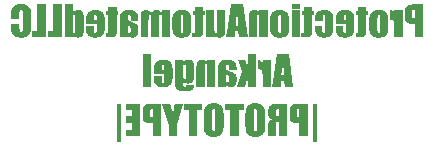
<source format=gbo>
%TF.GenerationSoftware,KiCad,Pcbnew,7.0.5*%
%TF.CreationDate,2023-07-24T14:08:39-04:00*%
%TF.ProjectId,GPSPCB,47505350-4342-42e6-9b69-6361645f7063,00*%
%TF.SameCoordinates,Original*%
%TF.FileFunction,Legend,Bot*%
%TF.FilePolarity,Positive*%
%FSLAX46Y46*%
G04 Gerber Fmt 4.6, Leading zero omitted, Abs format (unit mm)*
G04 Created by KiCad (PCBNEW 7.0.5) date 2023-07-24 14:08:39*
%MOMM*%
%LPD*%
G01*
G04 APERTURE LIST*
%ADD10C,0.100000*%
G04 APERTURE END LIST*
D10*
G36*
X119120390Y-62805000D02*
G01*
X118397431Y-62805000D01*
X118397431Y-61671713D01*
X118203258Y-61671713D01*
X118173997Y-61671462D01*
X118145441Y-61670711D01*
X118117592Y-61669459D01*
X118090449Y-61667706D01*
X118064011Y-61665452D01*
X118038280Y-61662697D01*
X118013255Y-61659441D01*
X117977040Y-61653618D01*
X117942415Y-61646668D01*
X117909377Y-61638591D01*
X117877929Y-61629388D01*
X117848069Y-61619057D01*
X117819797Y-61607599D01*
X117801763Y-61599291D01*
X117776062Y-61586016D01*
X117751982Y-61571764D01*
X117729522Y-61556535D01*
X117708683Y-61540330D01*
X117689465Y-61523147D01*
X117671868Y-61504988D01*
X117655891Y-61485853D01*
X117641536Y-61465740D01*
X117628800Y-61444651D01*
X117617686Y-61422585D01*
X117614305Y-61414890D01*
X117604806Y-61390137D01*
X117596273Y-61362883D01*
X117588706Y-61333129D01*
X117582105Y-61300873D01*
X117576470Y-61266117D01*
X117573250Y-61241557D01*
X117570459Y-61215885D01*
X117568098Y-61189102D01*
X117566166Y-61161207D01*
X117564663Y-61132201D01*
X117563590Y-61102083D01*
X117562946Y-61070854D01*
X117562731Y-61038513D01*
X117562731Y-60952418D01*
X118167233Y-60952418D01*
X118167385Y-60971167D01*
X118168187Y-60997763D01*
X118169675Y-61022523D01*
X118172728Y-61052681D01*
X118177002Y-61079576D01*
X118184062Y-61108607D01*
X118193031Y-61132539D01*
X118206311Y-61154528D01*
X118214061Y-61163149D01*
X118236317Y-61179966D01*
X118260045Y-61190707D01*
X118288066Y-61198056D01*
X118314697Y-61201589D01*
X118344309Y-61202766D01*
X118347092Y-61202759D01*
X118371936Y-61202187D01*
X118397431Y-61200935D01*
X118397431Y-60499347D01*
X118371832Y-60499723D01*
X118340338Y-60501392D01*
X118311859Y-60504398D01*
X118286395Y-60508739D01*
X118258804Y-60516043D01*
X118231914Y-60527564D01*
X118211807Y-60542090D01*
X118209064Y-60544820D01*
X118194439Y-60565285D01*
X118184644Y-60587685D01*
X118177027Y-60614944D01*
X118172500Y-60640251D01*
X118169365Y-60668668D01*
X118167624Y-60700196D01*
X118167233Y-60725882D01*
X118167233Y-60952418D01*
X117562731Y-60952418D01*
X117562731Y-60799155D01*
X117562844Y-60767473D01*
X117563180Y-60736845D01*
X117563740Y-60707271D01*
X117564525Y-60678751D01*
X117565534Y-60651286D01*
X117566767Y-60624874D01*
X117568225Y-60599518D01*
X117570831Y-60563459D01*
X117573942Y-60529772D01*
X117577557Y-60498458D01*
X117581677Y-60469516D01*
X117586301Y-60442945D01*
X117591430Y-60418747D01*
X117599263Y-60388484D01*
X117608718Y-60359365D01*
X117619795Y-60331392D01*
X117632493Y-60304563D01*
X117646814Y-60278880D01*
X117662757Y-60254341D01*
X117680321Y-60230947D01*
X117699507Y-60208698D01*
X117715094Y-60192800D01*
X117738063Y-60172722D01*
X117763532Y-60153922D01*
X117784275Y-60140661D01*
X117806423Y-60128119D01*
X117829977Y-60116296D01*
X117854937Y-60105192D01*
X117881304Y-60094808D01*
X117909076Y-60085143D01*
X117938255Y-60076196D01*
X117958631Y-60070651D01*
X117991191Y-60063003D01*
X118026144Y-60056161D01*
X118050776Y-60052046D01*
X118076471Y-60048290D01*
X118103231Y-60044891D01*
X118131054Y-60041850D01*
X118159941Y-60039166D01*
X118189892Y-60036841D01*
X118220906Y-60034873D01*
X118252985Y-60033263D01*
X118286127Y-60032011D01*
X118320333Y-60031116D01*
X118355602Y-60030580D01*
X118391936Y-60030401D01*
X119120390Y-60030401D01*
X119120390Y-62805000D01*
G37*
G36*
X116690784Y-60538426D02*
G01*
X116718262Y-60865101D01*
X116698877Y-60823172D01*
X116678429Y-60783785D01*
X116656917Y-60746941D01*
X116634342Y-60712640D01*
X116610702Y-60680881D01*
X116585999Y-60651665D01*
X116560231Y-60624991D01*
X116533401Y-60600860D01*
X116505506Y-60579272D01*
X116476547Y-60560226D01*
X116446525Y-60543723D01*
X116415439Y-60529763D01*
X116383289Y-60518345D01*
X116350075Y-60509470D01*
X116315798Y-60503137D01*
X116280457Y-60499347D01*
X116280457Y-61320003D01*
X116315292Y-61320448D01*
X116348356Y-61321785D01*
X116379649Y-61324012D01*
X116409171Y-61327130D01*
X116436922Y-61331139D01*
X116462902Y-61336039D01*
X116487111Y-61341829D01*
X116516634Y-61350936D01*
X116543010Y-61361626D01*
X116560725Y-61370683D01*
X116581944Y-61383821D01*
X116605462Y-61401987D01*
X116625640Y-61422091D01*
X116642480Y-61444133D01*
X116655980Y-61468113D01*
X116666141Y-61494031D01*
X116670634Y-61510512D01*
X116675357Y-61536616D01*
X116678486Y-61561002D01*
X116681260Y-61589510D01*
X116683681Y-61622139D01*
X116685747Y-61658890D01*
X116686928Y-61685680D01*
X116687951Y-61714303D01*
X116688817Y-61744757D01*
X116689525Y-61777042D01*
X116690076Y-61811160D01*
X116690470Y-61847110D01*
X116690706Y-61884891D01*
X116690784Y-61924504D01*
X116690784Y-62805000D01*
X117384434Y-62805000D01*
X117384434Y-60538426D01*
X116690784Y-60538426D01*
G37*
G36*
X115414153Y-60499767D02*
G01*
X115447722Y-60501026D01*
X115480518Y-60503125D01*
X115512542Y-60506064D01*
X115543792Y-60509842D01*
X115574270Y-60514460D01*
X115603975Y-60519917D01*
X115632908Y-60526214D01*
X115661067Y-60533350D01*
X115688454Y-60541326D01*
X115715068Y-60550142D01*
X115740909Y-60559797D01*
X115765977Y-60570292D01*
X115790273Y-60581626D01*
X115813795Y-60593800D01*
X115836545Y-60606814D01*
X115858405Y-60620522D01*
X115879412Y-60634778D01*
X115899564Y-60649583D01*
X115918863Y-60664936D01*
X115946209Y-60688995D01*
X115971635Y-60714288D01*
X115995139Y-60740815D01*
X116016722Y-60768577D01*
X116036384Y-60797573D01*
X116054124Y-60827804D01*
X116069943Y-60859268D01*
X116083841Y-60891967D01*
X116092122Y-60914641D01*
X116099869Y-60938393D01*
X116107082Y-60963222D01*
X116113761Y-60989130D01*
X116119905Y-61016116D01*
X116125515Y-61044180D01*
X116130591Y-61073322D01*
X116135132Y-61103543D01*
X116139139Y-61134841D01*
X116142612Y-61167218D01*
X116145551Y-61200672D01*
X116147955Y-61235205D01*
X116149825Y-61270816D01*
X116151160Y-61307505D01*
X116151962Y-61345272D01*
X116152229Y-61384117D01*
X116152229Y-61964193D01*
X116152081Y-61999656D01*
X116151637Y-62033994D01*
X116150898Y-62067205D01*
X116149863Y-62099290D01*
X116148532Y-62130250D01*
X116146905Y-62160084D01*
X116144983Y-62188792D01*
X116142765Y-62216374D01*
X116140251Y-62242831D01*
X116137441Y-62268161D01*
X116132672Y-62304046D01*
X116127237Y-62337398D01*
X116121137Y-62368217D01*
X116114371Y-62396503D01*
X116109444Y-62414349D01*
X116101318Y-62440492D01*
X116092313Y-62465884D01*
X116082428Y-62490524D01*
X116071662Y-62514413D01*
X116060017Y-62537550D01*
X116047491Y-62559936D01*
X116034085Y-62581571D01*
X116019799Y-62602454D01*
X116004633Y-62622587D01*
X115988586Y-62641967D01*
X115977242Y-62654440D01*
X115959189Y-62672405D01*
X115939890Y-62689480D01*
X115919347Y-62705664D01*
X115897558Y-62720958D01*
X115874524Y-62735360D01*
X115850246Y-62748871D01*
X115824722Y-62761492D01*
X115797953Y-62773222D01*
X115769939Y-62784061D01*
X115740680Y-62794009D01*
X115730613Y-62797089D01*
X115699588Y-62805744D01*
X115667329Y-62813518D01*
X115633836Y-62820413D01*
X115599108Y-62826427D01*
X115563146Y-62831561D01*
X115538485Y-62834495D01*
X115513276Y-62837037D01*
X115487519Y-62839189D01*
X115461213Y-62840949D01*
X115434358Y-62842318D01*
X115406954Y-62843296D01*
X115379002Y-62843883D01*
X115350502Y-62844078D01*
X115324890Y-62843849D01*
X115299650Y-62843162D01*
X115274782Y-62842018D01*
X115250286Y-62840415D01*
X115214240Y-62837152D01*
X115179031Y-62832858D01*
X115144659Y-62827535D01*
X115111125Y-62821181D01*
X115078428Y-62813796D01*
X115046567Y-62805381D01*
X115015545Y-62795936D01*
X114985359Y-62785460D01*
X114965738Y-62777806D01*
X114937148Y-62765386D01*
X114909567Y-62751839D01*
X114882995Y-62737164D01*
X114857432Y-62721363D01*
X114832878Y-62704435D01*
X114809332Y-62686380D01*
X114786796Y-62667197D01*
X114765268Y-62646888D01*
X114744750Y-62625452D01*
X114725240Y-62602889D01*
X114712847Y-62587323D01*
X114695294Y-62563706D01*
X114678987Y-62539767D01*
X114663924Y-62515506D01*
X114650107Y-62490923D01*
X114637535Y-62466018D01*
X114626207Y-62440791D01*
X114616125Y-62415243D01*
X114607288Y-62389372D01*
X114599696Y-62363179D01*
X114593349Y-62336664D01*
X114591433Y-62327613D01*
X114586050Y-62298549D01*
X114581215Y-62266619D01*
X114576927Y-62231823D01*
X114575209Y-62215153D01*
X115255858Y-62215153D01*
X115256035Y-62242067D01*
X115256566Y-62267167D01*
X115257826Y-62297812D01*
X115259715Y-62325232D01*
X115262961Y-62354972D01*
X115268156Y-62384009D01*
X115276008Y-62408715D01*
X115288411Y-62428217D01*
X115308659Y-62443496D01*
X115332253Y-62451157D01*
X115357219Y-62453290D01*
X115381528Y-62450952D01*
X115404731Y-62442556D01*
X115424996Y-62425812D01*
X115437819Y-62404441D01*
X115442684Y-62390311D01*
X115448767Y-62362498D01*
X115452720Y-62333252D01*
X115455153Y-62305885D01*
X115456937Y-62274987D01*
X115457849Y-62249497D01*
X115458397Y-62222022D01*
X115458579Y-62192561D01*
X115458579Y-61157581D01*
X115458397Y-61125752D01*
X115457849Y-61096208D01*
X115456937Y-61068951D01*
X115455660Y-61043980D01*
X115453389Y-61014241D01*
X115450470Y-60988567D01*
X115445908Y-60962190D01*
X115437819Y-60935931D01*
X115424881Y-60915896D01*
X115404214Y-60900198D01*
X115380410Y-60892327D01*
X115355387Y-60890136D01*
X115333763Y-60891746D01*
X115309606Y-60898901D01*
X115288815Y-60913794D01*
X115274787Y-60935931D01*
X115267411Y-60962190D01*
X115263252Y-60988567D01*
X115260590Y-61014241D01*
X115258520Y-61043980D01*
X115257355Y-61068951D01*
X115256523Y-61096208D01*
X115256024Y-61125752D01*
X115255858Y-61157581D01*
X115255858Y-62215153D01*
X114575209Y-62215153D01*
X114574373Y-62207034D01*
X114572061Y-62180971D01*
X114569993Y-62153634D01*
X114568169Y-62125024D01*
X114566587Y-62095140D01*
X114565249Y-62063982D01*
X114564154Y-62031551D01*
X114563303Y-61997846D01*
X114562695Y-61962867D01*
X114562330Y-61926615D01*
X114562208Y-61889089D01*
X114562208Y-61334658D01*
X114562339Y-61305139D01*
X114562733Y-61276574D01*
X114563389Y-61248963D01*
X114564307Y-61222306D01*
X114565488Y-61196603D01*
X114567751Y-61159838D01*
X114570604Y-61125219D01*
X114574048Y-61092747D01*
X114578081Y-61062422D01*
X114582706Y-61034244D01*
X114587920Y-61008212D01*
X114595791Y-60976842D01*
X114597946Y-60969483D01*
X114607688Y-60940193D01*
X114619222Y-60911132D01*
X114632551Y-60882300D01*
X114647673Y-60853697D01*
X114660191Y-60832395D01*
X114673719Y-60811222D01*
X114688256Y-60790177D01*
X114703801Y-60769262D01*
X114720355Y-60748475D01*
X114732026Y-60734748D01*
X114750650Y-60714775D01*
X114770616Y-60695543D01*
X114791923Y-60677051D01*
X114814572Y-60659300D01*
X114838563Y-60642289D01*
X114863896Y-60626019D01*
X114890570Y-60610490D01*
X114918586Y-60595701D01*
X114947943Y-60581653D01*
X114978642Y-60568346D01*
X114989164Y-60564101D01*
X115021509Y-60552174D01*
X115055023Y-60541460D01*
X115089708Y-60531960D01*
X115113481Y-60526300D01*
X115137774Y-60521179D01*
X115162588Y-60516597D01*
X115187921Y-60512554D01*
X115213774Y-60509050D01*
X115240147Y-60506085D01*
X115267040Y-60503659D01*
X115294452Y-60501773D01*
X115322385Y-60500425D01*
X115350838Y-60499617D01*
X115379811Y-60499347D01*
X115414153Y-60499767D01*
G37*
G36*
X113612103Y-60225795D02*
G01*
X113612103Y-60577505D01*
X113425258Y-60577505D01*
X113425258Y-60929214D01*
X113612103Y-60929214D01*
X113612103Y-62171800D01*
X113612013Y-62199630D01*
X113611741Y-62225877D01*
X113611288Y-62250540D01*
X113610268Y-62284564D01*
X113608840Y-62315025D01*
X113607005Y-62341923D01*
X113603923Y-62372244D01*
X113599052Y-62401236D01*
X113590328Y-62425195D01*
X113588900Y-62427034D01*
X113564257Y-62439726D01*
X113534947Y-62445880D01*
X113509684Y-62448957D01*
X113479840Y-62451213D01*
X113454452Y-62452367D01*
X113426488Y-62453059D01*
X113395948Y-62453290D01*
X113395948Y-62805000D01*
X113675607Y-62805000D01*
X113704691Y-62804923D01*
X113732717Y-62804694D01*
X113759684Y-62804313D01*
X113785592Y-62803778D01*
X113810441Y-62803091D01*
X113845729Y-62801775D01*
X113878633Y-62800115D01*
X113909155Y-62798111D01*
X113937295Y-62795764D01*
X113963051Y-62793074D01*
X113993686Y-62788952D01*
X114013883Y-62785460D01*
X114038851Y-62779621D01*
X114063075Y-62772179D01*
X114086555Y-62763135D01*
X114109290Y-62752487D01*
X114131282Y-62740237D01*
X114152529Y-62726384D01*
X114173032Y-62710928D01*
X114192791Y-62693869D01*
X114211119Y-62675541D01*
X114227634Y-62656584D01*
X114242336Y-62636997D01*
X114258164Y-62611627D01*
X114271161Y-62585274D01*
X114281325Y-62557937D01*
X114288656Y-62529616D01*
X114293093Y-62502510D01*
X114296032Y-62477060D01*
X114298638Y-62447220D01*
X114300912Y-62412989D01*
X114302243Y-62387730D01*
X114303426Y-62360520D01*
X114304461Y-62331359D01*
X114305348Y-62300246D01*
X114306088Y-62267183D01*
X114306679Y-62232168D01*
X114307123Y-62195203D01*
X114307419Y-62156286D01*
X114307566Y-62115418D01*
X114307585Y-62094253D01*
X114307585Y-60929214D01*
X114457184Y-60929214D01*
X114457184Y-60577505D01*
X114307585Y-60577505D01*
X114307585Y-60225795D01*
X113612103Y-60225795D01*
G37*
G36*
X112561568Y-60499705D02*
G01*
X112590768Y-60500778D01*
X112619538Y-60502567D01*
X112647878Y-60505071D01*
X112675790Y-60508291D01*
X112703272Y-60512227D01*
X112730325Y-60516878D01*
X112756948Y-60522245D01*
X112783142Y-60528327D01*
X112808907Y-60535125D01*
X112834242Y-60542638D01*
X112859149Y-60550867D01*
X112883625Y-60559811D01*
X112907673Y-60569471D01*
X112931291Y-60579847D01*
X112954480Y-60590938D01*
X112965866Y-60596703D01*
X112988034Y-60608705D01*
X113009395Y-60621337D01*
X113039926Y-60641466D01*
X113068643Y-60663011D01*
X113095546Y-60685973D01*
X113120636Y-60710352D01*
X113143911Y-60736148D01*
X113165372Y-60763361D01*
X113185020Y-60791990D01*
X113202853Y-60822036D01*
X113218872Y-60853499D01*
X113228633Y-60875362D01*
X113237763Y-60898207D01*
X113246264Y-60922035D01*
X113254135Y-60946846D01*
X113261376Y-60972639D01*
X113267988Y-60999415D01*
X113273970Y-61027174D01*
X113279323Y-61055915D01*
X113284045Y-61085640D01*
X113288138Y-61116346D01*
X113291601Y-61148036D01*
X113294435Y-61180708D01*
X113296639Y-61214363D01*
X113298213Y-61249001D01*
X113299158Y-61284621D01*
X113299473Y-61321224D01*
X113299473Y-61981290D01*
X113299332Y-62012346D01*
X113298910Y-62042466D01*
X113298206Y-62071651D01*
X113297221Y-62099901D01*
X113295954Y-62127216D01*
X113294406Y-62153596D01*
X113292577Y-62179041D01*
X113289305Y-62215456D01*
X113285400Y-62249767D01*
X113280862Y-62281974D01*
X113275690Y-62312077D01*
X113269885Y-62340077D01*
X113263447Y-62365973D01*
X113258719Y-62382374D01*
X113250787Y-62406652D01*
X113241847Y-62430545D01*
X113231897Y-62454051D01*
X113220938Y-62477170D01*
X113208970Y-62499903D01*
X113195994Y-62522250D01*
X113182008Y-62544211D01*
X113167014Y-62565785D01*
X113151010Y-62586972D01*
X113133998Y-62607773D01*
X113121955Y-62621331D01*
X113102809Y-62640987D01*
X113082364Y-62659828D01*
X113060620Y-62677852D01*
X113037577Y-62695062D01*
X113013236Y-62711455D01*
X112987595Y-62727033D01*
X112960657Y-62741795D01*
X112932419Y-62755741D01*
X112902883Y-62768871D01*
X112872048Y-62781186D01*
X112850781Y-62788802D01*
X112818130Y-62799304D01*
X112784578Y-62808701D01*
X112750124Y-62816993D01*
X112714769Y-62824179D01*
X112690697Y-62828355D01*
X112666225Y-62832040D01*
X112641353Y-62835234D01*
X112616079Y-62837937D01*
X112590405Y-62840148D01*
X112564330Y-62841867D01*
X112537855Y-62843096D01*
X112510978Y-62843833D01*
X112483701Y-62844078D01*
X112455683Y-62843830D01*
X112428260Y-62843086D01*
X112401434Y-62841846D01*
X112375204Y-62840109D01*
X112349571Y-62837877D01*
X112324533Y-62835148D01*
X112300092Y-62831923D01*
X112264549Y-62826156D01*
X112230347Y-62819272D01*
X112197487Y-62811273D01*
X112165969Y-62802156D01*
X112135792Y-62791924D01*
X112106957Y-62780575D01*
X112088386Y-62772392D01*
X112061298Y-62759195D01*
X112035134Y-62744893D01*
X112009893Y-62729485D01*
X111985575Y-62712972D01*
X111962180Y-62695353D01*
X111939708Y-62676629D01*
X111918159Y-62656799D01*
X111897533Y-62635864D01*
X111877830Y-62613823D01*
X111859050Y-62590676D01*
X111847043Y-62574863D01*
X111830088Y-62551375D01*
X111814400Y-62528165D01*
X111799978Y-62505236D01*
X111786822Y-62482585D01*
X111774933Y-62460213D01*
X111764311Y-62438120D01*
X111752118Y-62409097D01*
X111742176Y-62380570D01*
X111734487Y-62352540D01*
X111729685Y-62330740D01*
X111724018Y-62299036D01*
X111720319Y-62273280D01*
X111717091Y-62245828D01*
X111714336Y-62216680D01*
X111712054Y-62185836D01*
X111710244Y-62153296D01*
X111708905Y-62119060D01*
X111708040Y-62083128D01*
X111707725Y-62058232D01*
X111707620Y-62032581D01*
X111707620Y-61867107D01*
X112365244Y-61867107D01*
X112365244Y-62166304D01*
X112365480Y-62197052D01*
X112366188Y-62225867D01*
X112367369Y-62252751D01*
X112369678Y-62285590D01*
X112372826Y-62314994D01*
X112376814Y-62340964D01*
X112382980Y-62368597D01*
X112392110Y-62394672D01*
X112403824Y-62414593D01*
X112422211Y-62432625D01*
X112445682Y-62445047D01*
X112469846Y-62451229D01*
X112497745Y-62453290D01*
X112520121Y-62451723D01*
X112545480Y-62444758D01*
X112567897Y-62430263D01*
X112583841Y-62408715D01*
X112587769Y-62399272D01*
X112594467Y-62374557D01*
X112598868Y-62348024D01*
X112601615Y-62322913D01*
X112603676Y-62294348D01*
X112605050Y-62262330D01*
X112605630Y-62236049D01*
X112605823Y-62207826D01*
X112605823Y-61710792D01*
X111707620Y-61710792D01*
X111707620Y-61410983D01*
X111707918Y-61370421D01*
X111708175Y-61359082D01*
X112403101Y-61359082D01*
X112605823Y-61359082D01*
X112605823Y-61183838D01*
X112605806Y-61171396D01*
X112605556Y-61135895D01*
X112605005Y-61103132D01*
X112604153Y-61073105D01*
X112603001Y-61045816D01*
X112601549Y-61021263D01*
X112599144Y-60992784D01*
X112595388Y-60964028D01*
X112588726Y-60936542D01*
X112586374Y-60930922D01*
X112570478Y-60910121D01*
X112549050Y-60897794D01*
X112524665Y-60891767D01*
X112499577Y-60890136D01*
X112478991Y-60892046D01*
X112453343Y-60902076D01*
X112433975Y-60920704D01*
X112422030Y-60944480D01*
X112420866Y-60947967D01*
X112414655Y-60974299D01*
X112410495Y-61003327D01*
X112407834Y-61031186D01*
X112405763Y-61063166D01*
X112404599Y-61089857D01*
X112403767Y-61118865D01*
X112403268Y-61150192D01*
X112403101Y-61183838D01*
X112403101Y-61359082D01*
X111708175Y-61359082D01*
X111708812Y-61331013D01*
X111710303Y-61292759D01*
X111712390Y-61255660D01*
X111715074Y-61219716D01*
X111718353Y-61184925D01*
X111722229Y-61151289D01*
X111726701Y-61118808D01*
X111731770Y-61087481D01*
X111737435Y-61057308D01*
X111743696Y-61028290D01*
X111750553Y-61000426D01*
X111758007Y-60973717D01*
X111766057Y-60948162D01*
X111774703Y-60923762D01*
X111783946Y-60900516D01*
X111788827Y-60889251D01*
X111799255Y-60867141D01*
X111816561Y-60835021D01*
X111835863Y-60804157D01*
X111857161Y-60774550D01*
X111872469Y-60755509D01*
X111888665Y-60737026D01*
X111905748Y-60719101D01*
X111923717Y-60701735D01*
X111942575Y-60684926D01*
X111962319Y-60668676D01*
X111982951Y-60652984D01*
X112004470Y-60637850D01*
X112026877Y-60623274D01*
X112050170Y-60609256D01*
X112074306Y-60595947D01*
X112099238Y-60583496D01*
X112124967Y-60571904D01*
X112151493Y-60561171D01*
X112178815Y-60551296D01*
X112206934Y-60542280D01*
X112235850Y-60534123D01*
X112265562Y-60526824D01*
X112296071Y-60520384D01*
X112327376Y-60514803D01*
X112359479Y-60510080D01*
X112392378Y-60506216D01*
X112426073Y-60503211D01*
X112460565Y-60501064D01*
X112495854Y-60499776D01*
X112531939Y-60499347D01*
X112561568Y-60499705D01*
G37*
G36*
X109957620Y-61398161D02*
G01*
X110611580Y-61398161D01*
X110611580Y-61130104D01*
X110611779Y-61104675D01*
X110612661Y-61073224D01*
X110614250Y-61044578D01*
X110616544Y-61018737D01*
X110620405Y-60990380D01*
X110625369Y-60966406D01*
X110634172Y-60940205D01*
X110647568Y-60918300D01*
X110668385Y-60901137D01*
X110691998Y-60892531D01*
X110716604Y-60890136D01*
X110744082Y-60892845D01*
X110769155Y-60902371D01*
X110788045Y-60918755D01*
X110797205Y-60933489D01*
X110805294Y-60957360D01*
X110810646Y-60986054D01*
X110813992Y-61015770D01*
X110815938Y-61043343D01*
X110817235Y-61074293D01*
X110817783Y-61099722D01*
X110817965Y-61127051D01*
X110817965Y-62207826D01*
X110817488Y-62237555D01*
X110816057Y-62265375D01*
X110813672Y-62291288D01*
X110809349Y-62320996D01*
X110803535Y-62347722D01*
X110796230Y-62371466D01*
X110787435Y-62392229D01*
X110772408Y-62416021D01*
X110754577Y-62433970D01*
X110730763Y-62447327D01*
X110706921Y-62452753D01*
X110695844Y-62453290D01*
X110671100Y-62451014D01*
X110646247Y-62442608D01*
X110625719Y-62428007D01*
X110609516Y-62407212D01*
X110600589Y-62388565D01*
X110592081Y-62360237D01*
X110586336Y-62330431D01*
X110582620Y-62302529D01*
X110579686Y-62271021D01*
X110577999Y-62245023D01*
X110576752Y-62216996D01*
X110575945Y-62186941D01*
X110575579Y-62154857D01*
X110575554Y-62143712D01*
X110575554Y-61867107D01*
X109957620Y-61867107D01*
X109957913Y-61900619D01*
X109958335Y-61933072D01*
X109958886Y-61964465D01*
X109959566Y-61994800D01*
X109960375Y-62024076D01*
X109961312Y-62052293D01*
X109962378Y-62079450D01*
X109963573Y-62105549D01*
X109964897Y-62130589D01*
X109967124Y-62166163D01*
X109969641Y-62199354D01*
X109972448Y-62230162D01*
X109975544Y-62258587D01*
X109977770Y-62276214D01*
X109981788Y-62301804D01*
X109987201Y-62327512D01*
X109994009Y-62353338D01*
X110002213Y-62379282D01*
X110011812Y-62405345D01*
X110022807Y-62431525D01*
X110035197Y-62457823D01*
X110048982Y-62484240D01*
X110064162Y-62510775D01*
X110080738Y-62537427D01*
X110092564Y-62555261D01*
X110111288Y-62581440D01*
X110131054Y-62606395D01*
X110151860Y-62630126D01*
X110173708Y-62652634D01*
X110196597Y-62673918D01*
X110220527Y-62693979D01*
X110245498Y-62712816D01*
X110271510Y-62730429D01*
X110298563Y-62746819D01*
X110326658Y-62761985D01*
X110345966Y-62771416D01*
X110375815Y-62784402D01*
X110406974Y-62796110D01*
X110439442Y-62806541D01*
X110473220Y-62815695D01*
X110508308Y-62823571D01*
X110532427Y-62828113D01*
X110557127Y-62832086D01*
X110582410Y-62835492D01*
X110608275Y-62838331D01*
X110634722Y-62840601D01*
X110661751Y-62842304D01*
X110689362Y-62843440D01*
X110717555Y-62844007D01*
X110731870Y-62844078D01*
X110768108Y-62843690D01*
X110803397Y-62842523D01*
X110837736Y-62840579D01*
X110871126Y-62837858D01*
X110903567Y-62834359D01*
X110935059Y-62830082D01*
X110965601Y-62825028D01*
X110995194Y-62819196D01*
X111023838Y-62812587D01*
X111051532Y-62805200D01*
X111078277Y-62797035D01*
X111104073Y-62788093D01*
X111128919Y-62778374D01*
X111152816Y-62767876D01*
X111175764Y-62756602D01*
X111197763Y-62744549D01*
X111218819Y-62731722D01*
X111248937Y-62711318D01*
X111277294Y-62689518D01*
X111303892Y-62666324D01*
X111328729Y-62641734D01*
X111351805Y-62615748D01*
X111373122Y-62588368D01*
X111392678Y-62559591D01*
X111410474Y-62529420D01*
X111426509Y-62497853D01*
X111440784Y-62464891D01*
X111449362Y-62441786D01*
X111457385Y-62417502D01*
X111464856Y-62392041D01*
X111471773Y-62365401D01*
X111478136Y-62337582D01*
X111483947Y-62308585D01*
X111489204Y-62278410D01*
X111493907Y-62247057D01*
X111498058Y-62214526D01*
X111501654Y-62180816D01*
X111504698Y-62145928D01*
X111507188Y-62109861D01*
X111509125Y-62072617D01*
X111510508Y-62034194D01*
X111511338Y-61994593D01*
X111511615Y-61953813D01*
X111511615Y-61310844D01*
X111511388Y-61275371D01*
X111510709Y-61241006D01*
X111509576Y-61207747D01*
X111507989Y-61175594D01*
X111505950Y-61144549D01*
X111503458Y-61114610D01*
X111500512Y-61085778D01*
X111497113Y-61058053D01*
X111493261Y-61031434D01*
X111488956Y-61005922D01*
X111484197Y-60981517D01*
X111476210Y-60946984D01*
X111467203Y-60914941D01*
X111457176Y-60885389D01*
X111453607Y-60876092D01*
X111441457Y-60848893D01*
X111426989Y-60822253D01*
X111410202Y-60796171D01*
X111391096Y-60770647D01*
X111369673Y-60745682D01*
X111345930Y-60721274D01*
X111319870Y-60697425D01*
X111291491Y-60674133D01*
X111271284Y-60658916D01*
X111250046Y-60643946D01*
X111227778Y-60629225D01*
X111204480Y-60614752D01*
X111180270Y-60600777D01*
X111155421Y-60587704D01*
X111129933Y-60575532D01*
X111103806Y-60564262D01*
X111077039Y-60553894D01*
X111049633Y-60544427D01*
X111021588Y-60535862D01*
X110992904Y-60528198D01*
X110963581Y-60521436D01*
X110933618Y-60515576D01*
X110903016Y-60510617D01*
X110871775Y-60506560D01*
X110839895Y-60503404D01*
X110807375Y-60501150D01*
X110774216Y-60499798D01*
X110740418Y-60499347D01*
X110706837Y-60499795D01*
X110673871Y-60501141D01*
X110641521Y-60503383D01*
X110609786Y-60506522D01*
X110578667Y-60510557D01*
X110548163Y-60515490D01*
X110518274Y-60521319D01*
X110489001Y-60528046D01*
X110460343Y-60535669D01*
X110432300Y-60544188D01*
X110404873Y-60553605D01*
X110378061Y-60563919D01*
X110351864Y-60575129D01*
X110326283Y-60587236D01*
X110301318Y-60600240D01*
X110276967Y-60614141D01*
X110253428Y-60628724D01*
X110230895Y-60643775D01*
X110209369Y-60659293D01*
X110188849Y-60675278D01*
X110169336Y-60691731D01*
X110150829Y-60708652D01*
X110133329Y-60726040D01*
X110108966Y-60752998D01*
X110086868Y-60781009D01*
X110067035Y-60810071D01*
X110049466Y-60840185D01*
X110034162Y-60871351D01*
X110021123Y-60903569D01*
X110009774Y-60937590D01*
X110002829Y-60961690D01*
X109996379Y-60986925D01*
X109990426Y-61013296D01*
X109984968Y-61040802D01*
X109980007Y-61069443D01*
X109975542Y-61099220D01*
X109971573Y-61130132D01*
X109968100Y-61162179D01*
X109965124Y-61195362D01*
X109962643Y-61229680D01*
X109960659Y-61265133D01*
X109959170Y-61301722D01*
X109958178Y-61339446D01*
X109957682Y-61378305D01*
X109957620Y-61398161D01*
G37*
G36*
X109030108Y-60225795D02*
G01*
X109030108Y-60577505D01*
X108843262Y-60577505D01*
X108843262Y-60929214D01*
X109030108Y-60929214D01*
X109030108Y-62171800D01*
X109030017Y-62199630D01*
X109029745Y-62225877D01*
X109029292Y-62250540D01*
X109028272Y-62284564D01*
X109026845Y-62315025D01*
X109025009Y-62341923D01*
X109021928Y-62372244D01*
X109017056Y-62401236D01*
X109008332Y-62425195D01*
X109006905Y-62427034D01*
X108982261Y-62439726D01*
X108952952Y-62445880D01*
X108927688Y-62448957D01*
X108897844Y-62451213D01*
X108872456Y-62452367D01*
X108844493Y-62453059D01*
X108813953Y-62453290D01*
X108813953Y-62805000D01*
X109093611Y-62805000D01*
X109122696Y-62804923D01*
X109150722Y-62804694D01*
X109177688Y-62804313D01*
X109203596Y-62803778D01*
X109228445Y-62803091D01*
X109263733Y-62801775D01*
X109296638Y-62800115D01*
X109327160Y-62798111D01*
X109355299Y-62795764D01*
X109381055Y-62793074D01*
X109411691Y-62788952D01*
X109431887Y-62785460D01*
X109456855Y-62779621D01*
X109481079Y-62772179D01*
X109504559Y-62763135D01*
X109527294Y-62752487D01*
X109549286Y-62740237D01*
X109570533Y-62726384D01*
X109591036Y-62710928D01*
X109610795Y-62693869D01*
X109629123Y-62675541D01*
X109645638Y-62656584D01*
X109660340Y-62636997D01*
X109676169Y-62611627D01*
X109689165Y-62585274D01*
X109699329Y-62557937D01*
X109706660Y-62529616D01*
X109711097Y-62502510D01*
X109714036Y-62477060D01*
X109716642Y-62447220D01*
X109718916Y-62412989D01*
X109720247Y-62387730D01*
X109721430Y-62360520D01*
X109722465Y-62331359D01*
X109723352Y-62300246D01*
X109724092Y-62267183D01*
X109724683Y-62232168D01*
X109725127Y-62195203D01*
X109725423Y-62156286D01*
X109725571Y-62115418D01*
X109725589Y-62094253D01*
X109725589Y-60929214D01*
X109875188Y-60929214D01*
X109875188Y-60577505D01*
X109725589Y-60577505D01*
X109725589Y-60225795D01*
X109030108Y-60225795D01*
G37*
G36*
X107982306Y-60030401D02*
G01*
X107982306Y-60382110D01*
X108696716Y-60382110D01*
X108696716Y-60030401D01*
X107982306Y-60030401D01*
G37*
G36*
X107982306Y-60538426D02*
G01*
X107982306Y-62805000D01*
X108696716Y-62805000D01*
X108696716Y-60538426D01*
X107982306Y-60538426D01*
G37*
G36*
X107021969Y-60499767D02*
G01*
X107055538Y-60501026D01*
X107088334Y-60503125D01*
X107120358Y-60506064D01*
X107151608Y-60509842D01*
X107182086Y-60514460D01*
X107211791Y-60519917D01*
X107240723Y-60526214D01*
X107268883Y-60533350D01*
X107296270Y-60541326D01*
X107322883Y-60550142D01*
X107348725Y-60559797D01*
X107373793Y-60570292D01*
X107398088Y-60581626D01*
X107421611Y-60593800D01*
X107444361Y-60606814D01*
X107466221Y-60620522D01*
X107487227Y-60634778D01*
X107507380Y-60649583D01*
X107526678Y-60664936D01*
X107554025Y-60688995D01*
X107579451Y-60714288D01*
X107602955Y-60740815D01*
X107624538Y-60768577D01*
X107644199Y-60797573D01*
X107661940Y-60827804D01*
X107677759Y-60859268D01*
X107691657Y-60891967D01*
X107699938Y-60914641D01*
X107707685Y-60938393D01*
X107714898Y-60963222D01*
X107721577Y-60989130D01*
X107727721Y-61016116D01*
X107733331Y-61044180D01*
X107738406Y-61073322D01*
X107742948Y-61103543D01*
X107746955Y-61134841D01*
X107750428Y-61167218D01*
X107753366Y-61200672D01*
X107755771Y-61235205D01*
X107757641Y-61270816D01*
X107758976Y-61307505D01*
X107759778Y-61345272D01*
X107760045Y-61384117D01*
X107760045Y-61964193D01*
X107759897Y-61999656D01*
X107759453Y-62033994D01*
X107758714Y-62067205D01*
X107757679Y-62099290D01*
X107756348Y-62130250D01*
X107754721Y-62160084D01*
X107752799Y-62188792D01*
X107750580Y-62216374D01*
X107748066Y-62242831D01*
X107745257Y-62268161D01*
X107740487Y-62304046D01*
X107735053Y-62337398D01*
X107728953Y-62368217D01*
X107722187Y-62396503D01*
X107717259Y-62414349D01*
X107709134Y-62440492D01*
X107700129Y-62465884D01*
X107690244Y-62490524D01*
X107679478Y-62514413D01*
X107667832Y-62537550D01*
X107655307Y-62559936D01*
X107641901Y-62581571D01*
X107627615Y-62602454D01*
X107612448Y-62622587D01*
X107596402Y-62641967D01*
X107585058Y-62654440D01*
X107567005Y-62672405D01*
X107547706Y-62689480D01*
X107527163Y-62705664D01*
X107505374Y-62720958D01*
X107482340Y-62735360D01*
X107458061Y-62748871D01*
X107432538Y-62761492D01*
X107405769Y-62773222D01*
X107377755Y-62784061D01*
X107348496Y-62794009D01*
X107338428Y-62797089D01*
X107307404Y-62805744D01*
X107275145Y-62813518D01*
X107241651Y-62820413D01*
X107206924Y-62826427D01*
X107170962Y-62831561D01*
X107146301Y-62834495D01*
X107121092Y-62837037D01*
X107095335Y-62839189D01*
X107069028Y-62840949D01*
X107042174Y-62842318D01*
X107014770Y-62843296D01*
X106986818Y-62843883D01*
X106958318Y-62844078D01*
X106932706Y-62843849D01*
X106907466Y-62843162D01*
X106882598Y-62842018D01*
X106858102Y-62840415D01*
X106822056Y-62837152D01*
X106786847Y-62832858D01*
X106752475Y-62827535D01*
X106718941Y-62821181D01*
X106686243Y-62813796D01*
X106654383Y-62805381D01*
X106623360Y-62795936D01*
X106593175Y-62785460D01*
X106573554Y-62777806D01*
X106544964Y-62765386D01*
X106517383Y-62751839D01*
X106490811Y-62737164D01*
X106465248Y-62721363D01*
X106440693Y-62704435D01*
X106417148Y-62686380D01*
X106394612Y-62667197D01*
X106373084Y-62646888D01*
X106352566Y-62625452D01*
X106333056Y-62602889D01*
X106320663Y-62587323D01*
X106303110Y-62563706D01*
X106286802Y-62539767D01*
X106271740Y-62515506D01*
X106257923Y-62490923D01*
X106245350Y-62466018D01*
X106234023Y-62440791D01*
X106223941Y-62415243D01*
X106215104Y-62389372D01*
X106207512Y-62363179D01*
X106201165Y-62336664D01*
X106199249Y-62327613D01*
X106193866Y-62298549D01*
X106189031Y-62266619D01*
X106184743Y-62231823D01*
X106183025Y-62215153D01*
X106863674Y-62215153D01*
X106863851Y-62242067D01*
X106864382Y-62267167D01*
X106865641Y-62297812D01*
X106867530Y-62325232D01*
X106870777Y-62354972D01*
X106875972Y-62384009D01*
X106883824Y-62408715D01*
X106896227Y-62428217D01*
X106916475Y-62443496D01*
X106940069Y-62451157D01*
X106965034Y-62453290D01*
X106989344Y-62450952D01*
X107012547Y-62442556D01*
X107032812Y-62425812D01*
X107045634Y-62404441D01*
X107050500Y-62390311D01*
X107056582Y-62362498D01*
X107060536Y-62333252D01*
X107062969Y-62305885D01*
X107064753Y-62274987D01*
X107065665Y-62249497D01*
X107066213Y-62222022D01*
X107066395Y-62192561D01*
X107066395Y-61157581D01*
X107066213Y-61125752D01*
X107065665Y-61096208D01*
X107064753Y-61068951D01*
X107063476Y-61043980D01*
X107061205Y-61014241D01*
X107058285Y-60988567D01*
X107053724Y-60962190D01*
X107045634Y-60935931D01*
X107032697Y-60915896D01*
X107012030Y-60900198D01*
X106988226Y-60892327D01*
X106963203Y-60890136D01*
X106941578Y-60891746D01*
X106917421Y-60898901D01*
X106896631Y-60913794D01*
X106882602Y-60935931D01*
X106875227Y-60962190D01*
X106871068Y-60988567D01*
X106868406Y-61014241D01*
X106866335Y-61043980D01*
X106865171Y-61068951D01*
X106864339Y-61096208D01*
X106863840Y-61125752D01*
X106863674Y-61157581D01*
X106863674Y-62215153D01*
X106183025Y-62215153D01*
X106182188Y-62207034D01*
X106179877Y-62180971D01*
X106177809Y-62153634D01*
X106175984Y-62125024D01*
X106174403Y-62095140D01*
X106173065Y-62063982D01*
X106171970Y-62031551D01*
X106171119Y-61997846D01*
X106170510Y-61962867D01*
X106170146Y-61926615D01*
X106170024Y-61889089D01*
X106170024Y-61334658D01*
X106170155Y-61305139D01*
X106170549Y-61276574D01*
X106171205Y-61248963D01*
X106172123Y-61222306D01*
X106173303Y-61196603D01*
X106175566Y-61159838D01*
X106178420Y-61125219D01*
X106181863Y-61092747D01*
X106185897Y-61062422D01*
X106190522Y-61034244D01*
X106195736Y-61008212D01*
X106203607Y-60976842D01*
X106205762Y-60969483D01*
X106215503Y-60940193D01*
X106227038Y-60911132D01*
X106240367Y-60882300D01*
X106255489Y-60853697D01*
X106268007Y-60832395D01*
X106281535Y-60811222D01*
X106296071Y-60790177D01*
X106311617Y-60769262D01*
X106328171Y-60748475D01*
X106339842Y-60734748D01*
X106358466Y-60714775D01*
X106378432Y-60695543D01*
X106399739Y-60677051D01*
X106422388Y-60659300D01*
X106446379Y-60642289D01*
X106471711Y-60626019D01*
X106498386Y-60610490D01*
X106526401Y-60595701D01*
X106555759Y-60581653D01*
X106586458Y-60568346D01*
X106596980Y-60564101D01*
X106629324Y-60552174D01*
X106662839Y-60541460D01*
X106697524Y-60531960D01*
X106721297Y-60526300D01*
X106745590Y-60521179D01*
X106770403Y-60516597D01*
X106795736Y-60512554D01*
X106821589Y-60509050D01*
X106847962Y-60506085D01*
X106874855Y-60503659D01*
X106902268Y-60501773D01*
X106930201Y-60500425D01*
X106958654Y-60499617D01*
X106987627Y-60499347D01*
X107021969Y-60499767D01*
G37*
G36*
X105246175Y-60538426D02*
G01*
X105257777Y-60743590D01*
X105243290Y-60721229D01*
X105228224Y-60699941D01*
X105212579Y-60679727D01*
X105196354Y-60660585D01*
X105179549Y-60642518D01*
X105156241Y-60620097D01*
X105131902Y-60599584D01*
X105106533Y-60580980D01*
X105080134Y-60564284D01*
X105073373Y-60560408D01*
X105045534Y-60546097D01*
X105016663Y-60533694D01*
X104986763Y-60523199D01*
X104955832Y-60514612D01*
X104931957Y-60509424D01*
X104907503Y-60505310D01*
X104882469Y-60502269D01*
X104856856Y-60500301D01*
X104830663Y-60499407D01*
X104821803Y-60499347D01*
X104788838Y-60500082D01*
X104757031Y-60502288D01*
X104726384Y-60505964D01*
X104696896Y-60511111D01*
X104668567Y-60517728D01*
X104641398Y-60525815D01*
X104615387Y-60535373D01*
X104590536Y-60546402D01*
X104566844Y-60558901D01*
X104544311Y-60572870D01*
X104529933Y-60583000D01*
X104509352Y-60599066D01*
X104490198Y-60615894D01*
X104472472Y-60633484D01*
X104456174Y-60651837D01*
X104436663Y-60677492D01*
X104419690Y-60704501D01*
X104405255Y-60732866D01*
X104393357Y-60762585D01*
X104383998Y-60793660D01*
X104378105Y-60818971D01*
X104372792Y-60847276D01*
X104368059Y-60878576D01*
X104363905Y-60912871D01*
X104361458Y-60937398D01*
X104359268Y-60963256D01*
X104357336Y-60990444D01*
X104355662Y-61018964D01*
X104354245Y-61048815D01*
X104353086Y-61079996D01*
X104352184Y-61112509D01*
X104351540Y-61146352D01*
X104351154Y-61181526D01*
X104351025Y-61218032D01*
X104351025Y-62805000D01*
X105044675Y-62805000D01*
X105044675Y-61228412D01*
X105044737Y-61199744D01*
X105044923Y-61172513D01*
X105045233Y-61146717D01*
X105045931Y-61110716D01*
X105046907Y-61077945D01*
X105048163Y-61048405D01*
X105049698Y-61022096D01*
X105052179Y-60992043D01*
X105055155Y-60967733D01*
X105060551Y-60942037D01*
X105071618Y-60919330D01*
X105092280Y-60901540D01*
X105117944Y-60892619D01*
X105146036Y-60890136D01*
X105171810Y-60892218D01*
X105196996Y-60899911D01*
X105219341Y-60915643D01*
X105234816Y-60938780D01*
X105238848Y-60949364D01*
X105245281Y-60978530D01*
X105248830Y-61005703D01*
X105251104Y-61030139D01*
X105253045Y-61058053D01*
X105254653Y-61089444D01*
X105255928Y-61124313D01*
X105256594Y-61149491D01*
X105257111Y-61176215D01*
X105257481Y-61204484D01*
X105257703Y-61234299D01*
X105257777Y-61265659D01*
X105257777Y-62805000D01*
X105951427Y-62805000D01*
X105951427Y-60538426D01*
X105246175Y-60538426D01*
G37*
G36*
X104266761Y-62805000D02*
G01*
X103517547Y-62805000D01*
X103474804Y-62296974D01*
X103215296Y-62296974D01*
X103179270Y-62805000D01*
X102439214Y-62805000D01*
X102584986Y-61828028D01*
X103236057Y-61828028D01*
X103483353Y-61828028D01*
X103481555Y-61803660D01*
X103479596Y-61778412D01*
X103477476Y-61752283D01*
X103475195Y-61725274D01*
X103472753Y-61697386D01*
X103470151Y-61668617D01*
X103467387Y-61638968D01*
X103464462Y-61608439D01*
X103461376Y-61577029D01*
X103458129Y-61544740D01*
X103454721Y-61511570D01*
X103451153Y-61477521D01*
X103447423Y-61442591D01*
X103443532Y-61406781D01*
X103439480Y-61370091D01*
X103435267Y-61332520D01*
X103430893Y-61294070D01*
X103426359Y-61254740D01*
X103421663Y-61214529D01*
X103416806Y-61173438D01*
X103411788Y-61131467D01*
X103406609Y-61088616D01*
X103401269Y-61044885D01*
X103395769Y-61000274D01*
X103390107Y-60954782D01*
X103384284Y-60908411D01*
X103378300Y-60861159D01*
X103372155Y-60813027D01*
X103365849Y-60764015D01*
X103359383Y-60714123D01*
X103352755Y-60663351D01*
X103345966Y-60611699D01*
X103342531Y-60656918D01*
X103339097Y-60701673D01*
X103335662Y-60745962D01*
X103332227Y-60789786D01*
X103328793Y-60833145D01*
X103325358Y-60876039D01*
X103321923Y-60918468D01*
X103318489Y-60960432D01*
X103315054Y-61001930D01*
X103311619Y-61042964D01*
X103308185Y-61083532D01*
X103304750Y-61123636D01*
X103301315Y-61163274D01*
X103297881Y-61202447D01*
X103294446Y-61241155D01*
X103291011Y-61279398D01*
X103287577Y-61317175D01*
X103284142Y-61354488D01*
X103280707Y-61391335D01*
X103277273Y-61427718D01*
X103273838Y-61463635D01*
X103270403Y-61499087D01*
X103266969Y-61534074D01*
X103263534Y-61568596D01*
X103260099Y-61602653D01*
X103256665Y-61636245D01*
X103253230Y-61669372D01*
X103249795Y-61702033D01*
X103246361Y-61734230D01*
X103242926Y-61765961D01*
X103239491Y-61797227D01*
X103236057Y-61828028D01*
X102584986Y-61828028D01*
X102853206Y-60030401D01*
X103899176Y-60030401D01*
X104266761Y-62805000D01*
G37*
G36*
X100758213Y-60538426D02*
G01*
X100758213Y-62805000D01*
X101464075Y-62805000D01*
X101451863Y-62612048D01*
X101465668Y-62633291D01*
X101480063Y-62653514D01*
X101500175Y-62678892D01*
X101521336Y-62702458D01*
X101543547Y-62724211D01*
X101566807Y-62744151D01*
X101591117Y-62762278D01*
X101616476Y-62778593D01*
X101629549Y-62786071D01*
X101656454Y-62799666D01*
X101684351Y-62811449D01*
X101713241Y-62821419D01*
X101743122Y-62829576D01*
X101773996Y-62835921D01*
X101805862Y-62840453D01*
X101830413Y-62842662D01*
X101855522Y-62843852D01*
X101872571Y-62844078D01*
X101901413Y-62843601D01*
X101929322Y-62842168D01*
X101956296Y-62839780D01*
X101982337Y-62836436D01*
X102007444Y-62832138D01*
X102031617Y-62826884D01*
X102062396Y-62818392D01*
X102091514Y-62808203D01*
X102118972Y-62796315D01*
X102132079Y-62789734D01*
X102156894Y-62775442D01*
X102180050Y-62760044D01*
X102201545Y-62743538D01*
X102221380Y-62725926D01*
X102239555Y-62707207D01*
X102256070Y-62687381D01*
X102270925Y-62666449D01*
X102284120Y-62644410D01*
X102295760Y-62621693D01*
X102306255Y-62598729D01*
X102315605Y-62575516D01*
X102323810Y-62552056D01*
X102330870Y-62528347D01*
X102336785Y-62504390D01*
X102341555Y-62480185D01*
X102345181Y-62455732D01*
X102347900Y-62428131D01*
X102349701Y-62403460D01*
X102351299Y-62375387D01*
X102352692Y-62343912D01*
X102353882Y-62309034D01*
X102354562Y-62283892D01*
X102355151Y-62257237D01*
X102355649Y-62229071D01*
X102356057Y-62199392D01*
X102356375Y-62168201D01*
X102356601Y-62135497D01*
X102356737Y-62101282D01*
X102356782Y-62065554D01*
X102356782Y-60538426D01*
X101663133Y-60538426D01*
X101663133Y-62087536D01*
X101663071Y-62119970D01*
X101662885Y-62150715D01*
X101662575Y-62179771D01*
X101662140Y-62207139D01*
X101661582Y-62232818D01*
X101660513Y-62268170D01*
X101659164Y-62299722D01*
X101657536Y-62327475D01*
X101654931Y-62358568D01*
X101651831Y-62382907D01*
X101647257Y-62403831D01*
X101635503Y-62425469D01*
X101613886Y-62442422D01*
X101587210Y-62450923D01*
X101562595Y-62453242D01*
X101558108Y-62453290D01*
X101531447Y-62451487D01*
X101505876Y-62444825D01*
X101483952Y-62431201D01*
X101469812Y-62411165D01*
X101466517Y-62401999D01*
X101461537Y-62374529D01*
X101458789Y-62347318D01*
X101457029Y-62322240D01*
X101455526Y-62293158D01*
X101454281Y-62260073D01*
X101453294Y-62222984D01*
X101452779Y-62196033D01*
X101452378Y-62167304D01*
X101452092Y-62136795D01*
X101451920Y-62104507D01*
X101451863Y-62070439D01*
X101451863Y-60538426D01*
X100758213Y-60538426D01*
G37*
G36*
X99787958Y-60225795D02*
G01*
X99787958Y-60577505D01*
X99601112Y-60577505D01*
X99601112Y-60929214D01*
X99787958Y-60929214D01*
X99787958Y-62171800D01*
X99787868Y-62199630D01*
X99787596Y-62225877D01*
X99787143Y-62250540D01*
X99786123Y-62284564D01*
X99784695Y-62315025D01*
X99782860Y-62341923D01*
X99779778Y-62372244D01*
X99774907Y-62401236D01*
X99766183Y-62425195D01*
X99764755Y-62427034D01*
X99740111Y-62439726D01*
X99710802Y-62445880D01*
X99685538Y-62448957D01*
X99655695Y-62451213D01*
X99630307Y-62452367D01*
X99602343Y-62453059D01*
X99571803Y-62453290D01*
X99571803Y-62805000D01*
X99851461Y-62805000D01*
X99880546Y-62804923D01*
X99908572Y-62804694D01*
X99935539Y-62804313D01*
X99961447Y-62803778D01*
X99986296Y-62803091D01*
X100021583Y-62801775D01*
X100054488Y-62800115D01*
X100085010Y-62798111D01*
X100113149Y-62795764D01*
X100138906Y-62793074D01*
X100169541Y-62788952D01*
X100189738Y-62785460D01*
X100214706Y-62779621D01*
X100238930Y-62772179D01*
X100262410Y-62763135D01*
X100285145Y-62752487D01*
X100307137Y-62740237D01*
X100328384Y-62726384D01*
X100348887Y-62710928D01*
X100368646Y-62693869D01*
X100386973Y-62675541D01*
X100403488Y-62656584D01*
X100418191Y-62636997D01*
X100434019Y-62611627D01*
X100447016Y-62585274D01*
X100457179Y-62557937D01*
X100464511Y-62529616D01*
X100468947Y-62502510D01*
X100471887Y-62477060D01*
X100474493Y-62447220D01*
X100476767Y-62412989D01*
X100478098Y-62387730D01*
X100479281Y-62360520D01*
X100480316Y-62331359D01*
X100481203Y-62300246D01*
X100481942Y-62267183D01*
X100482534Y-62232168D01*
X100482978Y-62195203D01*
X100483273Y-62156286D01*
X100483421Y-62115418D01*
X100483440Y-62094253D01*
X100483440Y-60929214D01*
X100633039Y-60929214D01*
X100633039Y-60577505D01*
X100483440Y-60577505D01*
X100483440Y-60225795D01*
X99787958Y-60225795D01*
G37*
G36*
X98737251Y-60499767D02*
G01*
X98770820Y-60501026D01*
X98803617Y-60503125D01*
X98835640Y-60506064D01*
X98866891Y-60509842D01*
X98897369Y-60514460D01*
X98927074Y-60519917D01*
X98956006Y-60526214D01*
X98984166Y-60533350D01*
X99011552Y-60541326D01*
X99038166Y-60550142D01*
X99064007Y-60559797D01*
X99089075Y-60570292D01*
X99113371Y-60581626D01*
X99136894Y-60593800D01*
X99159644Y-60606814D01*
X99181504Y-60620522D01*
X99202510Y-60634778D01*
X99222662Y-60649583D01*
X99241961Y-60664936D01*
X99269308Y-60688995D01*
X99294733Y-60714288D01*
X99318237Y-60740815D01*
X99339820Y-60768577D01*
X99359482Y-60797573D01*
X99377222Y-60827804D01*
X99393042Y-60859268D01*
X99406939Y-60891967D01*
X99415221Y-60914641D01*
X99422968Y-60938393D01*
X99430181Y-60963222D01*
X99436859Y-60989130D01*
X99443003Y-61016116D01*
X99448613Y-61044180D01*
X99453689Y-61073322D01*
X99458230Y-61103543D01*
X99462238Y-61134841D01*
X99465710Y-61167218D01*
X99468649Y-61200672D01*
X99471053Y-61235205D01*
X99472923Y-61270816D01*
X99474259Y-61307505D01*
X99475060Y-61345272D01*
X99475327Y-61384117D01*
X99475327Y-61964193D01*
X99475180Y-61999656D01*
X99474736Y-62033994D01*
X99473996Y-62067205D01*
X99472961Y-62099290D01*
X99471630Y-62130250D01*
X99470004Y-62160084D01*
X99468081Y-62188792D01*
X99465863Y-62216374D01*
X99463349Y-62242831D01*
X99460539Y-62268161D01*
X99455770Y-62304046D01*
X99450335Y-62337398D01*
X99444235Y-62368217D01*
X99437470Y-62396503D01*
X99432542Y-62414349D01*
X99424417Y-62440492D01*
X99415412Y-62465884D01*
X99405526Y-62490524D01*
X99394761Y-62514413D01*
X99383115Y-62537550D01*
X99370589Y-62559936D01*
X99357183Y-62581571D01*
X99342897Y-62602454D01*
X99327731Y-62622587D01*
X99311685Y-62641967D01*
X99300341Y-62654440D01*
X99282287Y-62672405D01*
X99262989Y-62689480D01*
X99242445Y-62705664D01*
X99220657Y-62720958D01*
X99197623Y-62735360D01*
X99173344Y-62748871D01*
X99147820Y-62761492D01*
X99121051Y-62773222D01*
X99093037Y-62784061D01*
X99063778Y-62794009D01*
X99053711Y-62797089D01*
X99022686Y-62805744D01*
X98990427Y-62813518D01*
X98956934Y-62820413D01*
X98922206Y-62826427D01*
X98886244Y-62831561D01*
X98861584Y-62834495D01*
X98836375Y-62837037D01*
X98810617Y-62839189D01*
X98784311Y-62840949D01*
X98757456Y-62842318D01*
X98730053Y-62843296D01*
X98702101Y-62843883D01*
X98673600Y-62844078D01*
X98647988Y-62843849D01*
X98622748Y-62843162D01*
X98597880Y-62842018D01*
X98573384Y-62840415D01*
X98537338Y-62837152D01*
X98502129Y-62832858D01*
X98467758Y-62827535D01*
X98434223Y-62821181D01*
X98401526Y-62813796D01*
X98369666Y-62805381D01*
X98338643Y-62795936D01*
X98308457Y-62785460D01*
X98288837Y-62777806D01*
X98260247Y-62765386D01*
X98232666Y-62751839D01*
X98206093Y-62737164D01*
X98180530Y-62721363D01*
X98155976Y-62704435D01*
X98132431Y-62686380D01*
X98109894Y-62667197D01*
X98088367Y-62646888D01*
X98067848Y-62625452D01*
X98048339Y-62602889D01*
X98035945Y-62587323D01*
X98018393Y-62563706D01*
X98002085Y-62539767D01*
X97987023Y-62515506D01*
X97973205Y-62490923D01*
X97960633Y-62466018D01*
X97949306Y-62440791D01*
X97939224Y-62415243D01*
X97930386Y-62389372D01*
X97922794Y-62363179D01*
X97916447Y-62336664D01*
X97914532Y-62327613D01*
X97909149Y-62298549D01*
X97904313Y-62266619D01*
X97900025Y-62231823D01*
X97898307Y-62215153D01*
X98578956Y-62215153D01*
X98579133Y-62242067D01*
X98579665Y-62267167D01*
X98580924Y-62297812D01*
X98582813Y-62325232D01*
X98586060Y-62354972D01*
X98591255Y-62384009D01*
X98599106Y-62408715D01*
X98611509Y-62428217D01*
X98631758Y-62443496D01*
X98655352Y-62451157D01*
X98680317Y-62453290D01*
X98704627Y-62450952D01*
X98727830Y-62442556D01*
X98748094Y-62425812D01*
X98760917Y-62404441D01*
X98765783Y-62390311D01*
X98771865Y-62362498D01*
X98775819Y-62333252D01*
X98778251Y-62305885D01*
X98780036Y-62274987D01*
X98780948Y-62249497D01*
X98781495Y-62222022D01*
X98781678Y-62192561D01*
X98781678Y-61157581D01*
X98781495Y-61125752D01*
X98780948Y-61096208D01*
X98780036Y-61068951D01*
X98778758Y-61043980D01*
X98776488Y-61014241D01*
X98773568Y-60988567D01*
X98769006Y-60962190D01*
X98760917Y-60935931D01*
X98747980Y-60915896D01*
X98727313Y-60900198D01*
X98703509Y-60892327D01*
X98678485Y-60890136D01*
X98656861Y-60891746D01*
X98632704Y-60898901D01*
X98611913Y-60913794D01*
X98597885Y-60935931D01*
X98590509Y-60962190D01*
X98586350Y-60988567D01*
X98583688Y-61014241D01*
X98581618Y-61043980D01*
X98580453Y-61068951D01*
X98579622Y-61096208D01*
X98579123Y-61125752D01*
X98578956Y-61157581D01*
X98578956Y-62215153D01*
X97898307Y-62215153D01*
X97897471Y-62207034D01*
X97895160Y-62180971D01*
X97893092Y-62153634D01*
X97891267Y-62125024D01*
X97889686Y-62095140D01*
X97888348Y-62063982D01*
X97887253Y-62031551D01*
X97886401Y-61997846D01*
X97885793Y-61962867D01*
X97885428Y-61926615D01*
X97885306Y-61889089D01*
X97885306Y-61334658D01*
X97885438Y-61305139D01*
X97885831Y-61276574D01*
X97886487Y-61248963D01*
X97887405Y-61222306D01*
X97888586Y-61196603D01*
X97890849Y-61159838D01*
X97893702Y-61125219D01*
X97897146Y-61092747D01*
X97901180Y-61062422D01*
X97905804Y-61034244D01*
X97911019Y-61008212D01*
X97918890Y-60976842D01*
X97921045Y-60969483D01*
X97930786Y-60940193D01*
X97942321Y-60911132D01*
X97955649Y-60882300D01*
X97970771Y-60853697D01*
X97983290Y-60832395D01*
X97996817Y-60811222D01*
X98011354Y-60790177D01*
X98026899Y-60769262D01*
X98043454Y-60748475D01*
X98055124Y-60734748D01*
X98073749Y-60714775D01*
X98093714Y-60695543D01*
X98115022Y-60677051D01*
X98137671Y-60659300D01*
X98161662Y-60642289D01*
X98186994Y-60626019D01*
X98213668Y-60610490D01*
X98241684Y-60595701D01*
X98271041Y-60581653D01*
X98301741Y-60568346D01*
X98312262Y-60564101D01*
X98344607Y-60552174D01*
X98378122Y-60541460D01*
X98412807Y-60531960D01*
X98436580Y-60526300D01*
X98460873Y-60521179D01*
X98485686Y-60516597D01*
X98511019Y-60512554D01*
X98536872Y-60509050D01*
X98563245Y-60506085D01*
X98590138Y-60503659D01*
X98617551Y-60501773D01*
X98645484Y-60500425D01*
X98673937Y-60499617D01*
X98702909Y-60499347D01*
X98737251Y-60499767D01*
G37*
G36*
X96981608Y-60538426D02*
G01*
X96993820Y-60758244D01*
X96978434Y-60734542D01*
X96962500Y-60711977D01*
X96946019Y-60690549D01*
X96928991Y-60670260D01*
X96911415Y-60651108D01*
X96893292Y-60633094D01*
X96874621Y-60616217D01*
X96855403Y-60600479D01*
X96835638Y-60585878D01*
X96808432Y-60568180D01*
X96801479Y-60564071D01*
X96773067Y-60548902D01*
X96743700Y-60535754D01*
X96713380Y-60524630D01*
X96682105Y-60515528D01*
X96658023Y-60510029D01*
X96633404Y-60505668D01*
X96608249Y-60502444D01*
X96582557Y-60500358D01*
X96556328Y-60499410D01*
X96547466Y-60499347D01*
X96513127Y-60500358D01*
X96479718Y-60503392D01*
X96447238Y-60508449D01*
X96415690Y-60515528D01*
X96385071Y-60524630D01*
X96355383Y-60535754D01*
X96326624Y-60548902D01*
X96298797Y-60564071D01*
X96271899Y-60581264D01*
X96245931Y-60600479D01*
X96220894Y-60621717D01*
X96196787Y-60644977D01*
X96173610Y-60670260D01*
X96151364Y-60697565D01*
X96130047Y-60726894D01*
X96109661Y-60758244D01*
X96092981Y-60734542D01*
X96075915Y-60711977D01*
X96058463Y-60690549D01*
X96040624Y-60670260D01*
X96022399Y-60651108D01*
X96003787Y-60633094D01*
X95984789Y-60616217D01*
X95965405Y-60600479D01*
X95945634Y-60585878D01*
X95918672Y-60568180D01*
X95911824Y-60564071D01*
X95883975Y-60548902D01*
X95855381Y-60535754D01*
X95826044Y-60524630D01*
X95795962Y-60515528D01*
X95765135Y-60508449D01*
X95733565Y-60503392D01*
X95701251Y-60500358D01*
X95676526Y-60499410D01*
X95668192Y-60499347D01*
X95635527Y-60500098D01*
X95603935Y-60502352D01*
X95573417Y-60506109D01*
X95543972Y-60511368D01*
X95515600Y-60518130D01*
X95488301Y-60526395D01*
X95462076Y-60536162D01*
X95436925Y-60547432D01*
X95412846Y-60560205D01*
X95389841Y-60574480D01*
X95375101Y-60584832D01*
X95354083Y-60601089D01*
X95334536Y-60618034D01*
X95316459Y-60635665D01*
X95299853Y-60653983D01*
X95279999Y-60679476D01*
X95262758Y-60706190D01*
X95248133Y-60734125D01*
X95236121Y-60763282D01*
X95226723Y-60793660D01*
X95220830Y-60818253D01*
X95215517Y-60845552D01*
X95210784Y-60875555D01*
X95206630Y-60908263D01*
X95203056Y-60943676D01*
X95200995Y-60968787D01*
X95199192Y-60995100D01*
X95197647Y-61022616D01*
X95196359Y-61051333D01*
X95195328Y-61081253D01*
X95194555Y-61112375D01*
X95194040Y-61144699D01*
X95193783Y-61178225D01*
X95193750Y-61195439D01*
X95193750Y-62805000D01*
X95867250Y-62805000D01*
X95867250Y-61320614D01*
X95867329Y-61285072D01*
X95867565Y-61251262D01*
X95867958Y-61219184D01*
X95868509Y-61188837D01*
X95869218Y-61160222D01*
X95870084Y-61133338D01*
X95871107Y-61108187D01*
X95872937Y-61073706D01*
X95875121Y-61043121D01*
X95877659Y-61016433D01*
X95881595Y-60986909D01*
X95887400Y-60959745D01*
X95896573Y-60936089D01*
X95911942Y-60914676D01*
X95932337Y-60899924D01*
X95957757Y-60891835D01*
X95978991Y-60890136D01*
X96004851Y-60892561D01*
X96030355Y-60901523D01*
X96050833Y-60917088D01*
X96066285Y-60939257D01*
X96074246Y-60959134D01*
X96080403Y-60985991D01*
X96084577Y-61015377D01*
X96087269Y-61042024D01*
X96089585Y-61072621D01*
X96091526Y-61107168D01*
X96092612Y-61132394D01*
X96093530Y-61159375D01*
X96094281Y-61188112D01*
X96094866Y-61218604D01*
X96095283Y-61250852D01*
X96095534Y-61284855D01*
X96095617Y-61320614D01*
X96095617Y-62805000D01*
X96769117Y-62805000D01*
X96769117Y-61358471D01*
X96769181Y-61317692D01*
X96769374Y-61279006D01*
X96769696Y-61242415D01*
X96770147Y-61207918D01*
X96770727Y-61175516D01*
X96771435Y-61145207D01*
X96772272Y-61116993D01*
X96773238Y-61090873D01*
X96774929Y-61055619D01*
X96776909Y-61025077D01*
X96779179Y-60999248D01*
X96782657Y-60972138D01*
X96785603Y-60957302D01*
X96795324Y-60931131D01*
X96810597Y-60911388D01*
X96831422Y-60898072D01*
X96857798Y-60891185D01*
X96875362Y-60890136D01*
X96900403Y-60892937D01*
X96925734Y-60902621D01*
X96946288Y-60917250D01*
X96954741Y-60925551D01*
X96970675Y-60946384D01*
X96982068Y-60969729D01*
X96988922Y-60995586D01*
X96990767Y-61011036D01*
X96991957Y-61038672D01*
X96992627Y-61065103D01*
X96993057Y-61090262D01*
X96993391Y-61118989D01*
X96993629Y-61151285D01*
X96993746Y-61177848D01*
X96993808Y-61206418D01*
X96993820Y-61226580D01*
X96993820Y-62805000D01*
X97666709Y-62805000D01*
X97666709Y-60538426D01*
X96981608Y-60538426D01*
G37*
G36*
X94254820Y-60499764D02*
G01*
X94290176Y-60501017D01*
X94324677Y-60503104D01*
X94358325Y-60506026D01*
X94391119Y-60509782D01*
X94423059Y-60514374D01*
X94454145Y-60519800D01*
X94484377Y-60526061D01*
X94513756Y-60533157D01*
X94542280Y-60541088D01*
X94569951Y-60549853D01*
X94596767Y-60559454D01*
X94622730Y-60569889D01*
X94647839Y-60581159D01*
X94672094Y-60593264D01*
X94695495Y-60606203D01*
X94706862Y-60612914D01*
X94728877Y-60626529D01*
X94749934Y-60640401D01*
X94779721Y-60661692D01*
X94807350Y-60683563D01*
X94832822Y-60706014D01*
X94856136Y-60729044D01*
X94877294Y-60752654D01*
X94896293Y-60776843D01*
X94913136Y-60801612D01*
X94927821Y-60826960D01*
X94940348Y-60852889D01*
X94947742Y-60870751D01*
X94957939Y-60899271D01*
X94967062Y-60929863D01*
X94975112Y-60962527D01*
X94982089Y-60997261D01*
X94986144Y-61021569D01*
X94989722Y-61046797D01*
X94992822Y-61072946D01*
X94995446Y-61100015D01*
X94997593Y-61128005D01*
X94999262Y-61156916D01*
X95000455Y-61186748D01*
X95001171Y-61217500D01*
X95001409Y-61249173D01*
X95001409Y-61398161D01*
X94350502Y-61398161D01*
X94350502Y-61164909D01*
X94350352Y-61131344D01*
X94349901Y-61100258D01*
X94349149Y-61071652D01*
X94348098Y-61045526D01*
X94346228Y-61014547D01*
X94343823Y-60987976D01*
X94340067Y-60960961D01*
X94333405Y-60934710D01*
X94332284Y-60931968D01*
X94317472Y-60911204D01*
X94294159Y-60897492D01*
X94270150Y-60891703D01*
X94245477Y-60890136D01*
X94241658Y-60890187D01*
X94216855Y-60893418D01*
X94192660Y-60903264D01*
X94172892Y-60919674D01*
X94157550Y-60942648D01*
X94155897Y-60946048D01*
X94147081Y-60971407D01*
X94141178Y-60999034D01*
X94137400Y-61025385D01*
X94134461Y-61055515D01*
X94132809Y-61080591D01*
X94131628Y-61107793D01*
X94130919Y-61137120D01*
X94130683Y-61168572D01*
X94130779Y-61185538D01*
X94131542Y-61217309D01*
X94133068Y-61246198D01*
X94135358Y-61272206D01*
X94139294Y-61300665D01*
X94145591Y-61328872D01*
X94155108Y-61353586D01*
X94156906Y-61356573D01*
X94175200Y-61374101D01*
X94200999Y-61391237D01*
X94226859Y-61405904D01*
X94258300Y-61422127D01*
X94282362Y-61433807D01*
X94308904Y-61446179D01*
X94337927Y-61459243D01*
X94369431Y-61472998D01*
X94403415Y-61487445D01*
X94439879Y-61502584D01*
X94478825Y-61518415D01*
X94520251Y-61534937D01*
X94559310Y-61550312D01*
X94596500Y-61565448D01*
X94631820Y-61580346D01*
X94665270Y-61595005D01*
X94696850Y-61609426D01*
X94726560Y-61623608D01*
X94754399Y-61637552D01*
X94780369Y-61651257D01*
X94804469Y-61664724D01*
X94826699Y-61677952D01*
X94856538Y-61697347D01*
X94882169Y-61716206D01*
X94903593Y-61734528D01*
X94920809Y-61752313D01*
X94930569Y-61764630D01*
X94944029Y-61785503D01*
X94956071Y-61809252D01*
X94966697Y-61835878D01*
X94975907Y-61865380D01*
X94983699Y-61897759D01*
X94990075Y-61933014D01*
X94993538Y-61958116D01*
X94996372Y-61984496D01*
X94998575Y-62012155D01*
X95000150Y-62041092D01*
X95001094Y-62071307D01*
X95001409Y-62102801D01*
X95001409Y-62291479D01*
X95000815Y-62333880D01*
X94999033Y-62374378D01*
X94996064Y-62412973D01*
X94991906Y-62449664D01*
X94986561Y-62484452D01*
X94980028Y-62517337D01*
X94972307Y-62548318D01*
X94963399Y-62577396D01*
X94953302Y-62604570D01*
X94942018Y-62629841D01*
X94929546Y-62653209D01*
X94915886Y-62674673D01*
X94901038Y-62694234D01*
X94876539Y-62720006D01*
X94849368Y-62741496D01*
X94830246Y-62753918D01*
X94801125Y-62771049D01*
X94771477Y-62786376D01*
X94741304Y-62799900D01*
X94710605Y-62811621D01*
X94679380Y-62821538D01*
X94647629Y-62829653D01*
X94615352Y-62835964D01*
X94582549Y-62840472D01*
X94549221Y-62843177D01*
X94515366Y-62844078D01*
X94498116Y-62843840D01*
X94472814Y-62842588D01*
X94448199Y-62840262D01*
X94416447Y-62835492D01*
X94385917Y-62828813D01*
X94356608Y-62820227D01*
X94328520Y-62809732D01*
X94301653Y-62797329D01*
X94276008Y-62783018D01*
X94257445Y-62770918D01*
X94233712Y-62753115D01*
X94211143Y-62733403D01*
X94189739Y-62711784D01*
X94169498Y-62688257D01*
X94150421Y-62662821D01*
X94136878Y-62642492D01*
X94123989Y-62621090D01*
X94111754Y-62598614D01*
X94111754Y-62805000D01*
X93437034Y-62805000D01*
X93437034Y-61710792D01*
X94130683Y-61710792D01*
X94130683Y-62193171D01*
X94130860Y-62225182D01*
X94131392Y-62254809D01*
X94132277Y-62282054D01*
X94133517Y-62306916D01*
X94135721Y-62336359D01*
X94138554Y-62361565D01*
X94142982Y-62387116D01*
X94150833Y-62411769D01*
X94163465Y-62429934D01*
X94184519Y-62444166D01*
X94209315Y-62451303D01*
X94235708Y-62453290D01*
X94239938Y-62453238D01*
X94267078Y-62449970D01*
X94292800Y-62440009D01*
X94312873Y-62423408D01*
X94327299Y-62400167D01*
X94328726Y-62396721D01*
X94336340Y-62370761D01*
X94341438Y-62342207D01*
X94344701Y-62314835D01*
X94347239Y-62283436D01*
X94348666Y-62257245D01*
X94349686Y-62228789D01*
X94350298Y-62198069D01*
X94350502Y-62165083D01*
X94350399Y-62145527D01*
X94349861Y-62117275D01*
X94348861Y-62090322D01*
X94347399Y-62064668D01*
X94344733Y-62032482D01*
X94341246Y-62002605D01*
X94336938Y-61975037D01*
X94331810Y-61949778D01*
X94324246Y-61921451D01*
X94312436Y-61893929D01*
X94298073Y-61870473D01*
X94279339Y-61845739D01*
X94262422Y-61826349D01*
X94243046Y-61806240D01*
X94221213Y-61785412D01*
X94196922Y-61763865D01*
X94170172Y-61741599D01*
X94150974Y-61726355D01*
X94130683Y-61710792D01*
X93437034Y-61710792D01*
X93437034Y-61668660D01*
X93437069Y-61633922D01*
X93437174Y-61599931D01*
X93437350Y-61566684D01*
X93437597Y-61534183D01*
X93437913Y-61502427D01*
X93438300Y-61471417D01*
X93438758Y-61441152D01*
X93439285Y-61411632D01*
X93439883Y-61382858D01*
X93440552Y-61354829D01*
X93441291Y-61327546D01*
X93442100Y-61301007D01*
X93442979Y-61275215D01*
X93444949Y-61225865D01*
X93447201Y-61179497D01*
X93449734Y-61136111D01*
X93452549Y-61095706D01*
X93455645Y-61058282D01*
X93459022Y-61023840D01*
X93462681Y-60992379D01*
X93466621Y-60963900D01*
X93473059Y-60926772D01*
X93475451Y-60915569D01*
X93484298Y-60882627D01*
X93495658Y-60850683D01*
X93509529Y-60819737D01*
X93525912Y-60789789D01*
X93544806Y-60760840D01*
X93566212Y-60732888D01*
X93590129Y-60705935D01*
X93607469Y-60688521D01*
X93625926Y-60671550D01*
X93645499Y-60655023D01*
X93666188Y-60638940D01*
X93687993Y-60623300D01*
X93710960Y-60608290D01*
X93735287Y-60594249D01*
X93760973Y-60581176D01*
X93788018Y-60569071D01*
X93816423Y-60557934D01*
X93846188Y-60547766D01*
X93877312Y-60538567D01*
X93909796Y-60530335D01*
X93943640Y-60523072D01*
X93978842Y-60516778D01*
X94015405Y-60511452D01*
X94053327Y-60507094D01*
X94092609Y-60503705D01*
X94133250Y-60501284D01*
X94175250Y-60499831D01*
X94218611Y-60499347D01*
X94254820Y-60499764D01*
G37*
G36*
X92475327Y-60225795D02*
G01*
X92475327Y-60577505D01*
X92288482Y-60577505D01*
X92288482Y-60929214D01*
X92475327Y-60929214D01*
X92475327Y-62171800D01*
X92475237Y-62199630D01*
X92474965Y-62225877D01*
X92474512Y-62250540D01*
X92473492Y-62284564D01*
X92472064Y-62315025D01*
X92470229Y-62341923D01*
X92467147Y-62372244D01*
X92462276Y-62401236D01*
X92453552Y-62425195D01*
X92452124Y-62427034D01*
X92427481Y-62439726D01*
X92398171Y-62445880D01*
X92372908Y-62448957D01*
X92343064Y-62451213D01*
X92317676Y-62452367D01*
X92289712Y-62453059D01*
X92259172Y-62453290D01*
X92259172Y-62805000D01*
X92538831Y-62805000D01*
X92567915Y-62804923D01*
X92595941Y-62804694D01*
X92622908Y-62804313D01*
X92648816Y-62803778D01*
X92673665Y-62803091D01*
X92708953Y-62801775D01*
X92741857Y-62800115D01*
X92772379Y-62798111D01*
X92800519Y-62795764D01*
X92826275Y-62793074D01*
X92856910Y-62788952D01*
X92877107Y-62785460D01*
X92902075Y-62779621D01*
X92926299Y-62772179D01*
X92949779Y-62763135D01*
X92972514Y-62752487D01*
X92994506Y-62740237D01*
X93015753Y-62726384D01*
X93036256Y-62710928D01*
X93056015Y-62693869D01*
X93074343Y-62675541D01*
X93090858Y-62656584D01*
X93105560Y-62636997D01*
X93121389Y-62611627D01*
X93134385Y-62585274D01*
X93144549Y-62557937D01*
X93151880Y-62529616D01*
X93156317Y-62502510D01*
X93159256Y-62477060D01*
X93161862Y-62447220D01*
X93164136Y-62412989D01*
X93165467Y-62387730D01*
X93166650Y-62360520D01*
X93167685Y-62331359D01*
X93168572Y-62300246D01*
X93169312Y-62267183D01*
X93169903Y-62232168D01*
X93170347Y-62195203D01*
X93170643Y-62156286D01*
X93170790Y-62115418D01*
X93170809Y-62094253D01*
X93170809Y-60929214D01*
X93320408Y-60929214D01*
X93320408Y-60577505D01*
X93170809Y-60577505D01*
X93170809Y-60225795D01*
X92475327Y-60225795D01*
G37*
G36*
X91424792Y-60499705D02*
G01*
X91453992Y-60500778D01*
X91482762Y-60502567D01*
X91511102Y-60505071D01*
X91539014Y-60508291D01*
X91566496Y-60512227D01*
X91593549Y-60516878D01*
X91620172Y-60522245D01*
X91646366Y-60528327D01*
X91672131Y-60535125D01*
X91697466Y-60542638D01*
X91722373Y-60550867D01*
X91746849Y-60559811D01*
X91770897Y-60569471D01*
X91794515Y-60579847D01*
X91817704Y-60590938D01*
X91829090Y-60596703D01*
X91851258Y-60608705D01*
X91872619Y-60621337D01*
X91903150Y-60641466D01*
X91931867Y-60663011D01*
X91958770Y-60685973D01*
X91983860Y-60710352D01*
X92007135Y-60736148D01*
X92028596Y-60763361D01*
X92048244Y-60791990D01*
X92066077Y-60822036D01*
X92082096Y-60853499D01*
X92091857Y-60875362D01*
X92100987Y-60898207D01*
X92109488Y-60922035D01*
X92117359Y-60946846D01*
X92124600Y-60972639D01*
X92131212Y-60999415D01*
X92137194Y-61027174D01*
X92142547Y-61055915D01*
X92147269Y-61085640D01*
X92151362Y-61116346D01*
X92154825Y-61148036D01*
X92157659Y-61180708D01*
X92159863Y-61214363D01*
X92161437Y-61249001D01*
X92162382Y-61284621D01*
X92162697Y-61321224D01*
X92162697Y-61981290D01*
X92162556Y-62012346D01*
X92162134Y-62042466D01*
X92161430Y-62071651D01*
X92160445Y-62099901D01*
X92159178Y-62127216D01*
X92157630Y-62153596D01*
X92155801Y-62179041D01*
X92152529Y-62215456D01*
X92148624Y-62249767D01*
X92144086Y-62281974D01*
X92138914Y-62312077D01*
X92133109Y-62340077D01*
X92126671Y-62365973D01*
X92121943Y-62382374D01*
X92114011Y-62406652D01*
X92105071Y-62430545D01*
X92095121Y-62454051D01*
X92084162Y-62477170D01*
X92072194Y-62499903D01*
X92059218Y-62522250D01*
X92045232Y-62544211D01*
X92030238Y-62565785D01*
X92014234Y-62586972D01*
X91997222Y-62607773D01*
X91985179Y-62621331D01*
X91966033Y-62640987D01*
X91945588Y-62659828D01*
X91923844Y-62677852D01*
X91900801Y-62695062D01*
X91876460Y-62711455D01*
X91850819Y-62727033D01*
X91823881Y-62741795D01*
X91795643Y-62755741D01*
X91766107Y-62768871D01*
X91735272Y-62781186D01*
X91714005Y-62788802D01*
X91681355Y-62799304D01*
X91647802Y-62808701D01*
X91613348Y-62816993D01*
X91577993Y-62824179D01*
X91553921Y-62828355D01*
X91529449Y-62832040D01*
X91504577Y-62835234D01*
X91479303Y-62837937D01*
X91453629Y-62840148D01*
X91427554Y-62841867D01*
X91401079Y-62843096D01*
X91374202Y-62843833D01*
X91346925Y-62844078D01*
X91318907Y-62843830D01*
X91291484Y-62843086D01*
X91264658Y-62841846D01*
X91238428Y-62840109D01*
X91212795Y-62837877D01*
X91187757Y-62835148D01*
X91163316Y-62831923D01*
X91127773Y-62826156D01*
X91093571Y-62819272D01*
X91060711Y-62811273D01*
X91029193Y-62802156D01*
X90999016Y-62791924D01*
X90970181Y-62780575D01*
X90951610Y-62772392D01*
X90924522Y-62759195D01*
X90898358Y-62744893D01*
X90873117Y-62729485D01*
X90848799Y-62712972D01*
X90825404Y-62695353D01*
X90802932Y-62676629D01*
X90781383Y-62656799D01*
X90760757Y-62635864D01*
X90741054Y-62613823D01*
X90722274Y-62590676D01*
X90710267Y-62574863D01*
X90693312Y-62551375D01*
X90677624Y-62528165D01*
X90663202Y-62505236D01*
X90650046Y-62482585D01*
X90638157Y-62460213D01*
X90627535Y-62438120D01*
X90615342Y-62409097D01*
X90605400Y-62380570D01*
X90597711Y-62352540D01*
X90592909Y-62330740D01*
X90587242Y-62299036D01*
X90583543Y-62273280D01*
X90580315Y-62245828D01*
X90577560Y-62216680D01*
X90575278Y-62185836D01*
X90573468Y-62153296D01*
X90572129Y-62119060D01*
X90571264Y-62083128D01*
X90570949Y-62058232D01*
X90570844Y-62032581D01*
X90570844Y-61867107D01*
X91228468Y-61867107D01*
X91228468Y-62166304D01*
X91228704Y-62197052D01*
X91229412Y-62225867D01*
X91230593Y-62252751D01*
X91232902Y-62285590D01*
X91236050Y-62314994D01*
X91240038Y-62340964D01*
X91246204Y-62368597D01*
X91255334Y-62394672D01*
X91267048Y-62414593D01*
X91285435Y-62432625D01*
X91308906Y-62445047D01*
X91333070Y-62451229D01*
X91360969Y-62453290D01*
X91383345Y-62451723D01*
X91408704Y-62444758D01*
X91431121Y-62430263D01*
X91447065Y-62408715D01*
X91450993Y-62399272D01*
X91457691Y-62374557D01*
X91462092Y-62348024D01*
X91464839Y-62322913D01*
X91466900Y-62294348D01*
X91468274Y-62262330D01*
X91468854Y-62236049D01*
X91469047Y-62207826D01*
X91469047Y-61710792D01*
X90570844Y-61710792D01*
X90570844Y-61410983D01*
X90571142Y-61370421D01*
X90571399Y-61359082D01*
X91266325Y-61359082D01*
X91469047Y-61359082D01*
X91469047Y-61183838D01*
X91469030Y-61171396D01*
X91468780Y-61135895D01*
X91468229Y-61103132D01*
X91467377Y-61073105D01*
X91466225Y-61045816D01*
X91464773Y-61021263D01*
X91462368Y-60992784D01*
X91458612Y-60964028D01*
X91451950Y-60936542D01*
X91449598Y-60930922D01*
X91433702Y-60910121D01*
X91412274Y-60897794D01*
X91387889Y-60891767D01*
X91362801Y-60890136D01*
X91342215Y-60892046D01*
X91316567Y-60902076D01*
X91297199Y-60920704D01*
X91285254Y-60944480D01*
X91284090Y-60947967D01*
X91277879Y-60974299D01*
X91273719Y-61003327D01*
X91271058Y-61031186D01*
X91268987Y-61063166D01*
X91267823Y-61089857D01*
X91266991Y-61118865D01*
X91266492Y-61150192D01*
X91266325Y-61183838D01*
X91266325Y-61359082D01*
X90571399Y-61359082D01*
X90572036Y-61331013D01*
X90573527Y-61292759D01*
X90575614Y-61255660D01*
X90578298Y-61219716D01*
X90581577Y-61184925D01*
X90585453Y-61151289D01*
X90589925Y-61118808D01*
X90594994Y-61087481D01*
X90600659Y-61057308D01*
X90606920Y-61028290D01*
X90613777Y-61000426D01*
X90621231Y-60973717D01*
X90629281Y-60948162D01*
X90637927Y-60923762D01*
X90647170Y-60900516D01*
X90652051Y-60889251D01*
X90662479Y-60867141D01*
X90679785Y-60835021D01*
X90699087Y-60804157D01*
X90720385Y-60774550D01*
X90735693Y-60755509D01*
X90751889Y-60737026D01*
X90768972Y-60719101D01*
X90786941Y-60701735D01*
X90805799Y-60684926D01*
X90825543Y-60668676D01*
X90846175Y-60652984D01*
X90867694Y-60637850D01*
X90890101Y-60623274D01*
X90913394Y-60609256D01*
X90937530Y-60595947D01*
X90962462Y-60583496D01*
X90988191Y-60571904D01*
X91014717Y-60561171D01*
X91042039Y-60551296D01*
X91070158Y-60542280D01*
X91099074Y-60534123D01*
X91128786Y-60526824D01*
X91159295Y-60520384D01*
X91190600Y-60514803D01*
X91222703Y-60510080D01*
X91255602Y-60506216D01*
X91289297Y-60503211D01*
X91323789Y-60501064D01*
X91359078Y-60499776D01*
X91395163Y-60499347D01*
X91424792Y-60499705D01*
G37*
G36*
X89469919Y-60688635D02*
G01*
X89492063Y-60665718D01*
X89514837Y-60644290D01*
X89538240Y-60624350D01*
X89562274Y-60605898D01*
X89586936Y-60588935D01*
X89612229Y-60573459D01*
X89638151Y-60559473D01*
X89664703Y-60546974D01*
X89691903Y-60535812D01*
X89719772Y-60526137D01*
X89748308Y-60517951D01*
X89777513Y-60511254D01*
X89807385Y-60506045D01*
X89837924Y-60502324D01*
X89869132Y-60500091D01*
X89901008Y-60499347D01*
X89921663Y-60499671D01*
X89951967Y-60501374D01*
X89981455Y-60504537D01*
X90010128Y-60509160D01*
X90037984Y-60515242D01*
X90065025Y-60522784D01*
X90091250Y-60531786D01*
X90116659Y-60542247D01*
X90141253Y-60554168D01*
X90165031Y-60567549D01*
X90187993Y-60582390D01*
X90202617Y-60592799D01*
X90223291Y-60608806D01*
X90242452Y-60625285D01*
X90265645Y-60647992D01*
X90286148Y-60671538D01*
X90303961Y-60695924D01*
X90319083Y-60721150D01*
X90331514Y-60747215D01*
X90341256Y-60774120D01*
X90347257Y-60795841D01*
X90352669Y-60820245D01*
X90357490Y-60847332D01*
X90361720Y-60877103D01*
X90365361Y-60909557D01*
X90368411Y-60944694D01*
X90370116Y-60969610D01*
X90371559Y-60995718D01*
X90372740Y-61023019D01*
X90373658Y-61051512D01*
X90374314Y-61081198D01*
X90374708Y-61112077D01*
X90374839Y-61144148D01*
X90374839Y-62202941D01*
X90374806Y-62218452D01*
X90374544Y-62248658D01*
X90374019Y-62277776D01*
X90373232Y-62305807D01*
X90372182Y-62332750D01*
X90370871Y-62358605D01*
X90369296Y-62383373D01*
X90366443Y-62418485D01*
X90362999Y-62451150D01*
X90358966Y-62481368D01*
X90354341Y-62509139D01*
X90349127Y-62534462D01*
X90341256Y-62564420D01*
X90334213Y-62585021D01*
X90322501Y-62611754D01*
X90308138Y-62637648D01*
X90291122Y-62662702D01*
X90271454Y-62686916D01*
X90249133Y-62710291D01*
X90230652Y-62727271D01*
X90210679Y-62743779D01*
X90189214Y-62759815D01*
X90174240Y-62770018D01*
X90151153Y-62784090D01*
X90127314Y-62796680D01*
X90102724Y-62807789D01*
X90077383Y-62817417D01*
X90051290Y-62825563D01*
X90024446Y-62832229D01*
X89996850Y-62837413D01*
X89968504Y-62841116D01*
X89939406Y-62843338D01*
X89909556Y-62844078D01*
X89879646Y-62843267D01*
X89850060Y-62840835D01*
X89820799Y-62836780D01*
X89791862Y-62831103D01*
X89763249Y-62823804D01*
X89734961Y-62814884D01*
X89706997Y-62804341D01*
X89679357Y-62792177D01*
X89665659Y-62785410D01*
X89638506Y-62770660D01*
X89611678Y-62754288D01*
X89585174Y-62736294D01*
X89565508Y-62721735D01*
X89546026Y-62706262D01*
X89526725Y-62689878D01*
X89507607Y-62672581D01*
X89488672Y-62654372D01*
X89469919Y-62635251D01*
X89469919Y-62805000D01*
X88776269Y-62805000D01*
X88776269Y-62163251D01*
X89469919Y-62163251D01*
X89469941Y-62175096D01*
X89470272Y-62208961D01*
X89471000Y-62240326D01*
X89472125Y-62269189D01*
X89473648Y-62295552D01*
X89476295Y-62326812D01*
X89479649Y-62353627D01*
X89484834Y-62380892D01*
X89492512Y-62404441D01*
X89493930Y-62407447D01*
X89508451Y-62428055D01*
X89528620Y-62442556D01*
X89554437Y-62450952D01*
X89581660Y-62453290D01*
X89598878Y-62452216D01*
X89625288Y-62444875D01*
X89645804Y-62430578D01*
X89660429Y-62409326D01*
X89667484Y-62389469D01*
X89673080Y-62362872D01*
X89676628Y-62335559D01*
X89678736Y-62310338D01*
X89680196Y-62282121D01*
X89681007Y-62250909D01*
X89681189Y-62225533D01*
X89681189Y-61102627D01*
X89681168Y-61094287D01*
X89680667Y-61062812D01*
X89679499Y-61034352D01*
X89677662Y-61008907D01*
X89674427Y-60981340D01*
X89669168Y-60954478D01*
X89659818Y-60929214D01*
X89646575Y-60912117D01*
X89625565Y-60898722D01*
X89601456Y-60892006D01*
X89576165Y-60890136D01*
X89553832Y-60891660D01*
X89528664Y-60898434D01*
X89506644Y-60912532D01*
X89491290Y-60933489D01*
X89488703Y-60939158D01*
X89480960Y-60964148D01*
X89475951Y-60991941D01*
X89472925Y-61019594D01*
X89471255Y-61044657D01*
X89470253Y-61072335D01*
X89469919Y-61102627D01*
X89469919Y-62163251D01*
X88776269Y-62163251D01*
X88776269Y-60030401D01*
X89469919Y-60030401D01*
X89469919Y-60688635D01*
G37*
G36*
X87793803Y-60030401D02*
G01*
X87793803Y-62257896D01*
X87354166Y-62257896D01*
X87354166Y-62805000D01*
X88516761Y-62805000D01*
X88516761Y-60030401D01*
X87793803Y-60030401D01*
G37*
G36*
X86462679Y-60030401D02*
G01*
X86462679Y-62257896D01*
X86023042Y-62257896D01*
X86023042Y-62805000D01*
X87185638Y-62805000D01*
X87185638Y-60030401D01*
X86462679Y-60030401D01*
G37*
G36*
X84219919Y-61241845D02*
G01*
X84942878Y-61241845D01*
X84942878Y-60768625D01*
X84942969Y-60743506D01*
X84943444Y-60708092D01*
X84944328Y-60675393D01*
X84945620Y-60645409D01*
X84947319Y-60618141D01*
X84949427Y-60593589D01*
X84952871Y-60565076D01*
X84958196Y-60536224D01*
X84966081Y-60511559D01*
X84981155Y-60489119D01*
X85003175Y-60473091D01*
X85028141Y-60464325D01*
X85053772Y-60460719D01*
X85068052Y-60460268D01*
X85094331Y-60461789D01*
X85121694Y-60467628D01*
X85144506Y-60477846D01*
X85165368Y-60495302D01*
X85180036Y-60518718D01*
X85181625Y-60522550D01*
X85189718Y-60550972D01*
X85194183Y-60575549D01*
X85197904Y-60604629D01*
X85200207Y-60629394D01*
X85202090Y-60656693D01*
X85203555Y-60686524D01*
X85204602Y-60718889D01*
X85205230Y-60753787D01*
X85205416Y-60778459D01*
X85205439Y-60791217D01*
X85205439Y-62055785D01*
X85205230Y-62091781D01*
X85204602Y-62125351D01*
X85203555Y-62156495D01*
X85202090Y-62185214D01*
X85200207Y-62211507D01*
X85197044Y-62242791D01*
X85193137Y-62269763D01*
X85187207Y-62297413D01*
X85181625Y-62314682D01*
X85168106Y-62338236D01*
X85148917Y-62356005D01*
X85124061Y-62367989D01*
X85098244Y-62373656D01*
X85073548Y-62375132D01*
X85045276Y-62372964D01*
X85020912Y-62366460D01*
X84997424Y-62353391D01*
X84979254Y-62334419D01*
X84967913Y-62313461D01*
X84960701Y-62289913D01*
X84955811Y-62265193D01*
X84951704Y-62235245D01*
X84949137Y-62209352D01*
X84947010Y-62180519D01*
X84945323Y-62148745D01*
X84944076Y-62114030D01*
X84943489Y-62089252D01*
X84943098Y-62063168D01*
X84942902Y-62035776D01*
X84942878Y-62021591D01*
X84942878Y-61671713D01*
X84219919Y-61671713D01*
X84219919Y-61779790D01*
X84219979Y-61806526D01*
X84220158Y-61832772D01*
X84220456Y-61858528D01*
X84220873Y-61883794D01*
X84221410Y-61908569D01*
X84222841Y-61956650D01*
X84224749Y-62002770D01*
X84227134Y-62046929D01*
X84229997Y-62089128D01*
X84233336Y-62129366D01*
X84237152Y-62167643D01*
X84241445Y-62203960D01*
X84246216Y-62238316D01*
X84251463Y-62270712D01*
X84257188Y-62301147D01*
X84263389Y-62329621D01*
X84270068Y-62356135D01*
X84277223Y-62380688D01*
X84280980Y-62392229D01*
X84293728Y-62425617D01*
X84309073Y-62458232D01*
X84327015Y-62490074D01*
X84340420Y-62510873D01*
X84354979Y-62531328D01*
X84370693Y-62551440D01*
X84387561Y-62571209D01*
X84405583Y-62590633D01*
X84424760Y-62609715D01*
X84445091Y-62628453D01*
X84466577Y-62646847D01*
X84489217Y-62664899D01*
X84513012Y-62682606D01*
X84537961Y-62699970D01*
X84550868Y-62708524D01*
X84577277Y-62724938D01*
X84604449Y-62740294D01*
X84632384Y-62754591D01*
X84661083Y-62767829D01*
X84690545Y-62780008D01*
X84720770Y-62791127D01*
X84751758Y-62801188D01*
X84783510Y-62810190D01*
X84816024Y-62818132D01*
X84849302Y-62825016D01*
X84883344Y-62830841D01*
X84918148Y-62835606D01*
X84953716Y-62839313D01*
X84990047Y-62841960D01*
X85027142Y-62843549D01*
X85064999Y-62844078D01*
X85104255Y-62843637D01*
X85142642Y-62842313D01*
X85180161Y-62840107D01*
X85216812Y-62837018D01*
X85252594Y-62833047D01*
X85287508Y-62828193D01*
X85321555Y-62822457D01*
X85354733Y-62815838D01*
X85387042Y-62808336D01*
X85418484Y-62799952D01*
X85449057Y-62790686D01*
X85478762Y-62780537D01*
X85507599Y-62769506D01*
X85535568Y-62757592D01*
X85562668Y-62744795D01*
X85588900Y-62731116D01*
X85614081Y-62716581D01*
X85638178Y-62701368D01*
X85661193Y-62685478D01*
X85683125Y-62668910D01*
X85703974Y-62651666D01*
X85723740Y-62633743D01*
X85742423Y-62615144D01*
X85760023Y-62595867D01*
X85776540Y-62575912D01*
X85791975Y-62555280D01*
X85806327Y-62533971D01*
X85819595Y-62511984D01*
X85831781Y-62489320D01*
X85842884Y-62465979D01*
X85852904Y-62441960D01*
X85861842Y-62417264D01*
X85869901Y-62391437D01*
X85877441Y-62364027D01*
X85884460Y-62335032D01*
X85890960Y-62304454D01*
X85896940Y-62272292D01*
X85902399Y-62238547D01*
X85907339Y-62203218D01*
X85911759Y-62166304D01*
X85915659Y-62127808D01*
X85919038Y-62087727D01*
X85921898Y-62046063D01*
X85924238Y-62002814D01*
X85926058Y-61957982D01*
X85927358Y-61911567D01*
X85928138Y-61863567D01*
X85928333Y-61838974D01*
X85928398Y-61813984D01*
X85928398Y-61014089D01*
X85928319Y-60977724D01*
X85928083Y-60942514D01*
X85927689Y-60908459D01*
X85927139Y-60875557D01*
X85926430Y-60843811D01*
X85925564Y-60813218D01*
X85924541Y-60783780D01*
X85923360Y-60755497D01*
X85922022Y-60728368D01*
X85920527Y-60702393D01*
X85918874Y-60677573D01*
X85916099Y-60642507D01*
X85912971Y-60610039D01*
X85909488Y-60580168D01*
X85908248Y-60570788D01*
X85903641Y-60543069D01*
X85897608Y-60515554D01*
X85890146Y-60488243D01*
X85881257Y-60461136D01*
X85870941Y-60434233D01*
X85859197Y-60407534D01*
X85846025Y-60381039D01*
X85831426Y-60354748D01*
X85815399Y-60328660D01*
X85797945Y-60302777D01*
X85785516Y-60285635D01*
X85765595Y-60260499D01*
X85744300Y-60236383D01*
X85721631Y-60213287D01*
X85697588Y-60191210D01*
X85672172Y-60170153D01*
X85645381Y-60150116D01*
X85617217Y-60131098D01*
X85587679Y-60113100D01*
X85556767Y-60096122D01*
X85524481Y-60080163D01*
X85502194Y-60070090D01*
X85479313Y-60060552D01*
X85456007Y-60051629D01*
X85432277Y-60043321D01*
X85408122Y-60035629D01*
X85383543Y-60028552D01*
X85358539Y-60022091D01*
X85333111Y-60016245D01*
X85307258Y-60011014D01*
X85280980Y-60006399D01*
X85254278Y-60002399D01*
X85227151Y-59999014D01*
X85199600Y-59996245D01*
X85171624Y-59994091D01*
X85143224Y-59992553D01*
X85114399Y-59991630D01*
X85085149Y-59991322D01*
X85045668Y-59991799D01*
X85007059Y-59993230D01*
X84969323Y-59995615D01*
X84932460Y-59998954D01*
X84896469Y-60003248D01*
X84861352Y-60008495D01*
X84827108Y-60014697D01*
X84793737Y-60021852D01*
X84761239Y-60029962D01*
X84729614Y-60039026D01*
X84698862Y-60049043D01*
X84668983Y-60060015D01*
X84639976Y-60071941D01*
X84611843Y-60084821D01*
X84584583Y-60098655D01*
X84558196Y-60113443D01*
X84532800Y-60128868D01*
X84508517Y-60144766D01*
X84485345Y-60161135D01*
X84463284Y-60177977D01*
X84442335Y-60195291D01*
X84422498Y-60213077D01*
X84403772Y-60231336D01*
X84386157Y-60250067D01*
X84369654Y-60269270D01*
X84354262Y-60288945D01*
X84339982Y-60309093D01*
X84326814Y-60329713D01*
X84309145Y-60361528D01*
X84293977Y-60394406D01*
X84285254Y-60416915D01*
X84277342Y-60440373D01*
X84269941Y-60465411D01*
X84263050Y-60492027D01*
X84256670Y-60520222D01*
X84250800Y-60549996D01*
X84245441Y-60581350D01*
X84240592Y-60614282D01*
X84236253Y-60648793D01*
X84232425Y-60684883D01*
X84229107Y-60722553D01*
X84226300Y-60761801D01*
X84224003Y-60802628D01*
X84222216Y-60845034D01*
X84220940Y-60889019D01*
X84220174Y-60934583D01*
X84219919Y-60981727D01*
X84219919Y-61241845D01*
G37*
G36*
X108138010Y-67005000D02*
G01*
X107388795Y-67005000D01*
X107346053Y-66496974D01*
X107086545Y-66496974D01*
X107050519Y-67005000D01*
X106310463Y-67005000D01*
X106456235Y-66028028D01*
X107107305Y-66028028D01*
X107354601Y-66028028D01*
X107352803Y-66003660D01*
X107350845Y-65978412D01*
X107348725Y-65952283D01*
X107346444Y-65925274D01*
X107344002Y-65897386D01*
X107341399Y-65868617D01*
X107338635Y-65838968D01*
X107335711Y-65808439D01*
X107332625Y-65777029D01*
X107329378Y-65744740D01*
X107325970Y-65711570D01*
X107322401Y-65677521D01*
X107318671Y-65642591D01*
X107314781Y-65606781D01*
X107310729Y-65570091D01*
X107306516Y-65532520D01*
X107302142Y-65494070D01*
X107297607Y-65454740D01*
X107292911Y-65414529D01*
X107288055Y-65373438D01*
X107283037Y-65331467D01*
X107277858Y-65288616D01*
X107272518Y-65244885D01*
X107267017Y-65200274D01*
X107261355Y-65154782D01*
X107255533Y-65108411D01*
X107249549Y-65061159D01*
X107243404Y-65013027D01*
X107237098Y-64964015D01*
X107230631Y-64914123D01*
X107224003Y-64863351D01*
X107217215Y-64811699D01*
X107213780Y-64856918D01*
X107210345Y-64901673D01*
X107206911Y-64945962D01*
X107203476Y-64989786D01*
X107200041Y-65033145D01*
X107196607Y-65076039D01*
X107193172Y-65118468D01*
X107189737Y-65160432D01*
X107186303Y-65201930D01*
X107182868Y-65242964D01*
X107179433Y-65283532D01*
X107175999Y-65323636D01*
X107172564Y-65363274D01*
X107169129Y-65402447D01*
X107165695Y-65441155D01*
X107162260Y-65479398D01*
X107158825Y-65517175D01*
X107155391Y-65554488D01*
X107151956Y-65591335D01*
X107148521Y-65627718D01*
X107145087Y-65663635D01*
X107141652Y-65699087D01*
X107138217Y-65734074D01*
X107134783Y-65768596D01*
X107131348Y-65802653D01*
X107127913Y-65836245D01*
X107124479Y-65869372D01*
X107121044Y-65902033D01*
X107117609Y-65934230D01*
X107114175Y-65965961D01*
X107110740Y-65997227D01*
X107107305Y-66028028D01*
X106456235Y-66028028D01*
X106724455Y-64230401D01*
X107770425Y-64230401D01*
X108138010Y-67005000D01*
G37*
G36*
X105524001Y-64738426D02*
G01*
X105551478Y-65065101D01*
X105532094Y-65023172D01*
X105511646Y-64983785D01*
X105490134Y-64946941D01*
X105467558Y-64912640D01*
X105443919Y-64880881D01*
X105419215Y-64851665D01*
X105393448Y-64824991D01*
X105366617Y-64800860D01*
X105338722Y-64779272D01*
X105309764Y-64760226D01*
X105279742Y-64743723D01*
X105248655Y-64729763D01*
X105216506Y-64718345D01*
X105183292Y-64709470D01*
X105149014Y-64703137D01*
X105113673Y-64699347D01*
X105113673Y-65520003D01*
X105148508Y-65520448D01*
X105181572Y-65521785D01*
X105212865Y-65524012D01*
X105242387Y-65527130D01*
X105270138Y-65531139D01*
X105296118Y-65536039D01*
X105320327Y-65541829D01*
X105349851Y-65550936D01*
X105376226Y-65561626D01*
X105393942Y-65570683D01*
X105415160Y-65583821D01*
X105438678Y-65601987D01*
X105458857Y-65622091D01*
X105475696Y-65644133D01*
X105489196Y-65668113D01*
X105499357Y-65694031D01*
X105503851Y-65710512D01*
X105508574Y-65736616D01*
X105511702Y-65761002D01*
X105514477Y-65789510D01*
X105516897Y-65822139D01*
X105518964Y-65858890D01*
X105520144Y-65885680D01*
X105521167Y-65914303D01*
X105522033Y-65944757D01*
X105522742Y-65977042D01*
X105523293Y-66011160D01*
X105523686Y-66047110D01*
X105523922Y-66084891D01*
X105524001Y-66124504D01*
X105524001Y-67005000D01*
X106217651Y-67005000D01*
X106217651Y-64738426D01*
X105524001Y-64738426D01*
G37*
G36*
X103471140Y-64738426D02*
G01*
X103752630Y-65656779D01*
X103386876Y-67005000D01*
X104054880Y-67005000D01*
X104271035Y-66028639D01*
X104271035Y-67005000D01*
X104964685Y-67005000D01*
X104964685Y-64230401D01*
X104271035Y-64230401D01*
X104271035Y-65411926D01*
X104054880Y-64738426D01*
X103471140Y-64738426D01*
G37*
G36*
X102576174Y-64699764D02*
G01*
X102611529Y-64701017D01*
X102646031Y-64703104D01*
X102679679Y-64706026D01*
X102712473Y-64709782D01*
X102744413Y-64714374D01*
X102775499Y-64719800D01*
X102805731Y-64726061D01*
X102835109Y-64733157D01*
X102863634Y-64741088D01*
X102891304Y-64749853D01*
X102918121Y-64759454D01*
X102944083Y-64769889D01*
X102969192Y-64781159D01*
X102993447Y-64793264D01*
X103016848Y-64806203D01*
X103028215Y-64812914D01*
X103050231Y-64826529D01*
X103071287Y-64840401D01*
X103101074Y-64861692D01*
X103128703Y-64883563D01*
X103154175Y-64906014D01*
X103177490Y-64929044D01*
X103198647Y-64952654D01*
X103217647Y-64976843D01*
X103234489Y-65001612D01*
X103249174Y-65026960D01*
X103261702Y-65052889D01*
X103269096Y-65070751D01*
X103279292Y-65099271D01*
X103288416Y-65129863D01*
X103296466Y-65162527D01*
X103303442Y-65197261D01*
X103307497Y-65221569D01*
X103311075Y-65246797D01*
X103314176Y-65272946D01*
X103316799Y-65300015D01*
X103318946Y-65328005D01*
X103320616Y-65356916D01*
X103321808Y-65386748D01*
X103322524Y-65417500D01*
X103322762Y-65449173D01*
X103322762Y-65598161D01*
X102671855Y-65598161D01*
X102671855Y-65364909D01*
X102671705Y-65331344D01*
X102671254Y-65300258D01*
X102670503Y-65271652D01*
X102669451Y-65245526D01*
X102667581Y-65214547D01*
X102665177Y-65187976D01*
X102661420Y-65160961D01*
X102654758Y-65134710D01*
X102653637Y-65131968D01*
X102638825Y-65111204D01*
X102615512Y-65097492D01*
X102591503Y-65091703D01*
X102566831Y-65090136D01*
X102563011Y-65090187D01*
X102538209Y-65093418D01*
X102514013Y-65103264D01*
X102494245Y-65119674D01*
X102478903Y-65142648D01*
X102477250Y-65146048D01*
X102468435Y-65171407D01*
X102462531Y-65199034D01*
X102458753Y-65225385D01*
X102455815Y-65255515D01*
X102454162Y-65280591D01*
X102452981Y-65307793D01*
X102452273Y-65337120D01*
X102452037Y-65368572D01*
X102452132Y-65385538D01*
X102452895Y-65417309D01*
X102454422Y-65446198D01*
X102456712Y-65472206D01*
X102460647Y-65500665D01*
X102466944Y-65528872D01*
X102476461Y-65553586D01*
X102478259Y-65556573D01*
X102496554Y-65574101D01*
X102522352Y-65591237D01*
X102548212Y-65605904D01*
X102579654Y-65622127D01*
X102603715Y-65633807D01*
X102630258Y-65646179D01*
X102659281Y-65659243D01*
X102690784Y-65672998D01*
X102724768Y-65687445D01*
X102761233Y-65702584D01*
X102800178Y-65718415D01*
X102841604Y-65734937D01*
X102880664Y-65750312D01*
X102917854Y-65765448D01*
X102953173Y-65780346D01*
X102986623Y-65795005D01*
X103018203Y-65809426D01*
X103047913Y-65823608D01*
X103075753Y-65837552D01*
X103101723Y-65851257D01*
X103125823Y-65864724D01*
X103148052Y-65877952D01*
X103177891Y-65897347D01*
X103203522Y-65916206D01*
X103224946Y-65934528D01*
X103242162Y-65952313D01*
X103251922Y-65964630D01*
X103265382Y-65985503D01*
X103277425Y-66009252D01*
X103288051Y-66035878D01*
X103297260Y-66065380D01*
X103305052Y-66097759D01*
X103311428Y-66133014D01*
X103314891Y-66158116D01*
X103317725Y-66184496D01*
X103319929Y-66212155D01*
X103321503Y-66241092D01*
X103322448Y-66271307D01*
X103322762Y-66302801D01*
X103322762Y-66491479D01*
X103322168Y-66533880D01*
X103320387Y-66574378D01*
X103317417Y-66612973D01*
X103313260Y-66649664D01*
X103307915Y-66684452D01*
X103301382Y-66717337D01*
X103293661Y-66748318D01*
X103284752Y-66777396D01*
X103274656Y-66804570D01*
X103263371Y-66829841D01*
X103250899Y-66853209D01*
X103237239Y-66874673D01*
X103222391Y-66894234D01*
X103197893Y-66920006D01*
X103170721Y-66941496D01*
X103151599Y-66953918D01*
X103122478Y-66971049D01*
X103092831Y-66986376D01*
X103062657Y-66999900D01*
X103031958Y-67011621D01*
X103000733Y-67021538D01*
X102968982Y-67029653D01*
X102936705Y-67035964D01*
X102903903Y-67040472D01*
X102870574Y-67043177D01*
X102836719Y-67044078D01*
X102819469Y-67043840D01*
X102794167Y-67042588D01*
X102769552Y-67040262D01*
X102737801Y-67035492D01*
X102707270Y-67028813D01*
X102677961Y-67020227D01*
X102649873Y-67009732D01*
X102623007Y-66997329D01*
X102597361Y-66983018D01*
X102578798Y-66970918D01*
X102555065Y-66953115D01*
X102532497Y-66933403D01*
X102511092Y-66911784D01*
X102490851Y-66888257D01*
X102471775Y-66862821D01*
X102458231Y-66842492D01*
X102445342Y-66821090D01*
X102433108Y-66798614D01*
X102433108Y-67005000D01*
X101758387Y-67005000D01*
X101758387Y-65910792D01*
X102452037Y-65910792D01*
X102452037Y-66393171D01*
X102452214Y-66425182D01*
X102452745Y-66454809D01*
X102453631Y-66482054D01*
X102454870Y-66506916D01*
X102457074Y-66536359D01*
X102459908Y-66561565D01*
X102464335Y-66587116D01*
X102472187Y-66611769D01*
X102484819Y-66629934D01*
X102505872Y-66644166D01*
X102530668Y-66651303D01*
X102557061Y-66653290D01*
X102561291Y-66653238D01*
X102588431Y-66649970D01*
X102614153Y-66640009D01*
X102634227Y-66623408D01*
X102648652Y-66600167D01*
X102650080Y-66596721D01*
X102657693Y-66570761D01*
X102662792Y-66542207D01*
X102666054Y-66514835D01*
X102668592Y-66483436D01*
X102670020Y-66457245D01*
X102671039Y-66428789D01*
X102671651Y-66398069D01*
X102671855Y-66365083D01*
X102671753Y-66345527D01*
X102671214Y-66317275D01*
X102670214Y-66290322D01*
X102668753Y-66264668D01*
X102666086Y-66232482D01*
X102662599Y-66202605D01*
X102658291Y-66175037D01*
X102653163Y-66149778D01*
X102645599Y-66121451D01*
X102633789Y-66093929D01*
X102619426Y-66070473D01*
X102600693Y-66045739D01*
X102583775Y-66026349D01*
X102564400Y-66006240D01*
X102542566Y-65985412D01*
X102518275Y-65963865D01*
X102491526Y-65941599D01*
X102472327Y-65926355D01*
X102452037Y-65910792D01*
X101758387Y-65910792D01*
X101758387Y-65868660D01*
X101758422Y-65833922D01*
X101758528Y-65799931D01*
X101758704Y-65766684D01*
X101758950Y-65734183D01*
X101759267Y-65702427D01*
X101759654Y-65671417D01*
X101760111Y-65641152D01*
X101760639Y-65611632D01*
X101761237Y-65582858D01*
X101761905Y-65554829D01*
X101762644Y-65527546D01*
X101763453Y-65501007D01*
X101764333Y-65475215D01*
X101766303Y-65425865D01*
X101768554Y-65379497D01*
X101771087Y-65336111D01*
X101773902Y-65295706D01*
X101776998Y-65258282D01*
X101780375Y-65223840D01*
X101784034Y-65192379D01*
X101787975Y-65163900D01*
X101794413Y-65126772D01*
X101796804Y-65115569D01*
X101805652Y-65082627D01*
X101817011Y-65050683D01*
X101830882Y-65019737D01*
X101847265Y-64989789D01*
X101866159Y-64960840D01*
X101887565Y-64932888D01*
X101911482Y-64905935D01*
X101928823Y-64888521D01*
X101947279Y-64871550D01*
X101966852Y-64855023D01*
X101987541Y-64838940D01*
X102009346Y-64823300D01*
X102032313Y-64808290D01*
X102056640Y-64794249D01*
X102082326Y-64781176D01*
X102109372Y-64769071D01*
X102137777Y-64757934D01*
X102167541Y-64747766D01*
X102198666Y-64738567D01*
X102231150Y-64730335D01*
X102264993Y-64723072D01*
X102300196Y-64716778D01*
X102336758Y-64711452D01*
X102374680Y-64707094D01*
X102413962Y-64703705D01*
X102454603Y-64701284D01*
X102496604Y-64699831D01*
X102539964Y-64699347D01*
X102576174Y-64699764D01*
G37*
G36*
X100822937Y-64738426D02*
G01*
X100834538Y-64943590D01*
X100820052Y-64921229D01*
X100804986Y-64899941D01*
X100789340Y-64879727D01*
X100773115Y-64860585D01*
X100756310Y-64842518D01*
X100733002Y-64820097D01*
X100708664Y-64799584D01*
X100683295Y-64780980D01*
X100656896Y-64764284D01*
X100650135Y-64760408D01*
X100622295Y-64746097D01*
X100593425Y-64733694D01*
X100563524Y-64723199D01*
X100532593Y-64714612D01*
X100508719Y-64709424D01*
X100484265Y-64705310D01*
X100459231Y-64702269D01*
X100433618Y-64700301D01*
X100407425Y-64699407D01*
X100398565Y-64699347D01*
X100365599Y-64700082D01*
X100333793Y-64702288D01*
X100303146Y-64705964D01*
X100273658Y-64711111D01*
X100245329Y-64717728D01*
X100218159Y-64725815D01*
X100192149Y-64735373D01*
X100167297Y-64746402D01*
X100143605Y-64758901D01*
X100121073Y-64772870D01*
X100106695Y-64783000D01*
X100086114Y-64799066D01*
X100066960Y-64815894D01*
X100049234Y-64833484D01*
X100032935Y-64851837D01*
X100013424Y-64877492D01*
X99996452Y-64904501D01*
X99982016Y-64932866D01*
X99970119Y-64962585D01*
X99960760Y-64993660D01*
X99954867Y-65018971D01*
X99949554Y-65047276D01*
X99944821Y-65078576D01*
X99940667Y-65112871D01*
X99938220Y-65137398D01*
X99936030Y-65163256D01*
X99934098Y-65190444D01*
X99932424Y-65218964D01*
X99931007Y-65248815D01*
X99929848Y-65279996D01*
X99928946Y-65312509D01*
X99928302Y-65346352D01*
X99927916Y-65381526D01*
X99927787Y-65418032D01*
X99927787Y-67005000D01*
X100621437Y-67005000D01*
X100621437Y-65428412D01*
X100621499Y-65399744D01*
X100621685Y-65372513D01*
X100621995Y-65346717D01*
X100622692Y-65310716D01*
X100623669Y-65277945D01*
X100624925Y-65248405D01*
X100626460Y-65222096D01*
X100628940Y-65192043D01*
X100631917Y-65167733D01*
X100637312Y-65142037D01*
X100648380Y-65119330D01*
X100669041Y-65101540D01*
X100694706Y-65092619D01*
X100722797Y-65090136D01*
X100748572Y-65092218D01*
X100773758Y-65099911D01*
X100796102Y-65115643D01*
X100811577Y-65138780D01*
X100815610Y-65149364D01*
X100822042Y-65178530D01*
X100825592Y-65205703D01*
X100827865Y-65230139D01*
X100829806Y-65258053D01*
X100831414Y-65289444D01*
X100832690Y-65324313D01*
X100833355Y-65349491D01*
X100833873Y-65376215D01*
X100834243Y-65404484D01*
X100834464Y-65434299D01*
X100834538Y-65465659D01*
X100834538Y-67005000D01*
X101528188Y-67005000D01*
X101528188Y-64738426D01*
X100822937Y-64738426D01*
G37*
G36*
X99276937Y-64699896D02*
G01*
X99305349Y-64701541D01*
X99332807Y-64704284D01*
X99359312Y-64708125D01*
X99384862Y-64713062D01*
X99409458Y-64719096D01*
X99433100Y-64726228D01*
X99466774Y-64738983D01*
X99498301Y-64754206D01*
X99527682Y-64771898D01*
X99554916Y-64792059D01*
X99580003Y-64814689D01*
X99602944Y-64839787D01*
X99623786Y-64867702D01*
X99642578Y-64898784D01*
X99653968Y-64921265D01*
X99664446Y-64945152D01*
X99674013Y-64970447D01*
X99682669Y-64997149D01*
X99690413Y-65025259D01*
X99697247Y-65054775D01*
X99703169Y-65085699D01*
X99708181Y-65118030D01*
X99712281Y-65151769D01*
X99715470Y-65186914D01*
X99717748Y-65223467D01*
X99719114Y-65261428D01*
X99719570Y-65300795D01*
X99719570Y-66116566D01*
X99719396Y-66144103D01*
X99718873Y-66170843D01*
X99718003Y-66196787D01*
X99716784Y-66221934D01*
X99714303Y-66258161D01*
X99711038Y-66292595D01*
X99706990Y-66325237D01*
X99702158Y-66356086D01*
X99696543Y-66385143D01*
X99690144Y-66412408D01*
X99682961Y-66437880D01*
X99674995Y-66461559D01*
X99662659Y-66491059D01*
X99647938Y-66519109D01*
X99630831Y-66545708D01*
X99611340Y-66570858D01*
X99589463Y-66594557D01*
X99571490Y-66611380D01*
X99552175Y-66627387D01*
X99531519Y-66642578D01*
X99509521Y-66656953D01*
X99494077Y-66665974D01*
X99469954Y-66678414D01*
X99444682Y-66689545D01*
X99418262Y-66699366D01*
X99390693Y-66707877D01*
X99361976Y-66715079D01*
X99332111Y-66720972D01*
X99301097Y-66725555D01*
X99268935Y-66728829D01*
X99235624Y-66730793D01*
X99201164Y-66731448D01*
X99174288Y-66730789D01*
X99147698Y-66728814D01*
X99121394Y-66725523D01*
X99095377Y-66720915D01*
X99069645Y-66714990D01*
X99044200Y-66707748D01*
X99019041Y-66699190D01*
X98994169Y-66689316D01*
X98969592Y-66678143D01*
X98945320Y-66665693D01*
X98921354Y-66651964D01*
X98897693Y-66636956D01*
X98874337Y-66620670D01*
X98851286Y-66603106D01*
X98828541Y-66584263D01*
X98806102Y-66564141D01*
X98806102Y-66747934D01*
X98806202Y-66767278D01*
X98806728Y-66794701D01*
X98807704Y-66820215D01*
X98809708Y-66851260D01*
X98812513Y-66878909D01*
X98816119Y-66903162D01*
X98821754Y-66928701D01*
X98831747Y-66955540D01*
X98841073Y-66969789D01*
X98861452Y-66987563D01*
X98884794Y-66998044D01*
X98908893Y-67003261D01*
X98936771Y-67005000D01*
X98956413Y-67003626D01*
X98984857Y-66995230D01*
X99007933Y-66979201D01*
X99025643Y-66955540D01*
X99035947Y-66931116D01*
X99042817Y-66901807D01*
X99045715Y-66876619D01*
X99046681Y-66848684D01*
X99719570Y-66848684D01*
X99717972Y-66888526D01*
X99714857Y-66926689D01*
X99710225Y-66963173D01*
X99704076Y-66997978D01*
X99696410Y-67031103D01*
X99687227Y-67062549D01*
X99676527Y-67092316D01*
X99664310Y-67120404D01*
X99650576Y-67146813D01*
X99635325Y-67171543D01*
X99618557Y-67194593D01*
X99600272Y-67215964D01*
X99580471Y-67235656D01*
X99559152Y-67253669D01*
X99536316Y-67270003D01*
X99511963Y-67284658D01*
X99486342Y-67298115D01*
X99459699Y-67310704D01*
X99432036Y-67322425D01*
X99403352Y-67333277D01*
X99373647Y-67343262D01*
X99342921Y-67352378D01*
X99311174Y-67360626D01*
X99278406Y-67368005D01*
X99244618Y-67374517D01*
X99209808Y-67380160D01*
X99173978Y-67384935D01*
X99137127Y-67388842D01*
X99099255Y-67391881D01*
X99060362Y-67394052D01*
X99020449Y-67395354D01*
X98979514Y-67395788D01*
X98962774Y-67395728D01*
X98929829Y-67395251D01*
X98897601Y-67394297D01*
X98866088Y-67392866D01*
X98835290Y-67390958D01*
X98805208Y-67388573D01*
X98775842Y-67385711D01*
X98747191Y-67382371D01*
X98719256Y-67378555D01*
X98692036Y-67374262D01*
X98665532Y-67369491D01*
X98639743Y-67364244D01*
X98614670Y-67358520D01*
X98590313Y-67352318D01*
X98566671Y-67345640D01*
X98532550Y-67334727D01*
X98510644Y-67326956D01*
X98478931Y-67314495D01*
X98448591Y-67301068D01*
X98419625Y-67286674D01*
X98392034Y-67271315D01*
X98365816Y-67254989D01*
X98340972Y-67237698D01*
X98317501Y-67219441D01*
X98295405Y-67200217D01*
X98274683Y-67180028D01*
X98255334Y-67158872D01*
X98237298Y-67137451D01*
X98220744Y-67116233D01*
X98205671Y-67095218D01*
X98192079Y-67074408D01*
X98176260Y-67046979D01*
X98163075Y-67019912D01*
X98152523Y-66993207D01*
X98144604Y-66966865D01*
X98139319Y-66940886D01*
X98136372Y-66919228D01*
X98133716Y-66893180D01*
X98131349Y-66862742D01*
X98129272Y-66827914D01*
X98128049Y-66802256D01*
X98126954Y-66774648D01*
X98125988Y-66745088D01*
X98125151Y-66713578D01*
X98124442Y-66680116D01*
X98123863Y-66644703D01*
X98123412Y-66607339D01*
X98123090Y-66568024D01*
X98122897Y-66526758D01*
X98122832Y-66483541D01*
X98122832Y-66037187D01*
X98818314Y-66037187D01*
X98818334Y-66049150D01*
X98818638Y-66083412D01*
X98819307Y-66115238D01*
X98820341Y-66144628D01*
X98821740Y-66171581D01*
X98824173Y-66203729D01*
X98827255Y-66231545D01*
X98832019Y-66260223D01*
X98839074Y-66285704D01*
X98841784Y-66292359D01*
X98856438Y-66314684D01*
X98877199Y-66330140D01*
X98900374Y-66338029D01*
X98928223Y-66340659D01*
X98949225Y-66339070D01*
X98972752Y-66332010D01*
X98993108Y-66317316D01*
X99006991Y-66295474D01*
X99010374Y-66285948D01*
X99016141Y-66261262D01*
X99019931Y-66234950D01*
X99022297Y-66210144D01*
X99024072Y-66181999D01*
X99025255Y-66150514D01*
X99025754Y-66124710D01*
X99025920Y-66097027D01*
X99025920Y-65331936D01*
X99025705Y-65305754D01*
X99024751Y-65273449D01*
X99023034Y-65244121D01*
X99020553Y-65217769D01*
X99016379Y-65189016D01*
X99011013Y-65164913D01*
X99001496Y-65138984D01*
X98999897Y-65135979D01*
X98984612Y-65115371D01*
X98964901Y-65100869D01*
X98940763Y-65092473D01*
X98916011Y-65090136D01*
X98894430Y-65091638D01*
X98870463Y-65098317D01*
X98850070Y-65112216D01*
X98836632Y-65132878D01*
X98833358Y-65141890D01*
X98827777Y-65165905D01*
X98824110Y-65192016D01*
X98821820Y-65216899D01*
X98820103Y-65245330D01*
X98818958Y-65277311D01*
X98818475Y-65303625D01*
X98818314Y-65331936D01*
X98818314Y-66037187D01*
X98122832Y-66037187D01*
X98122832Y-64738426D01*
X98768244Y-64738426D01*
X98818314Y-64914891D01*
X98828937Y-64901668D01*
X98845213Y-64882620D01*
X98861896Y-64864516D01*
X98884774Y-64841847D01*
X98908378Y-64820858D01*
X98932707Y-64801547D01*
X98957761Y-64783916D01*
X98983540Y-64767964D01*
X99010044Y-64753691D01*
X99037130Y-64740954D01*
X99064961Y-64729916D01*
X99093535Y-64720575D01*
X99122854Y-64712933D01*
X99152917Y-64706989D01*
X99183724Y-64702744D01*
X99215275Y-64700196D01*
X99247571Y-64699347D01*
X99276937Y-64699896D01*
G37*
G36*
X97166941Y-64699705D02*
G01*
X97196140Y-64700778D01*
X97224911Y-64702567D01*
X97253251Y-64705071D01*
X97281163Y-64708291D01*
X97308645Y-64712227D01*
X97335698Y-64716878D01*
X97362321Y-64722245D01*
X97388515Y-64728327D01*
X97414280Y-64735125D01*
X97439615Y-64742638D01*
X97464521Y-64750867D01*
X97488998Y-64759811D01*
X97513046Y-64769471D01*
X97536664Y-64779847D01*
X97559852Y-64790938D01*
X97571239Y-64796703D01*
X97593407Y-64808705D01*
X97614768Y-64821337D01*
X97645299Y-64841466D01*
X97674016Y-64863011D01*
X97700919Y-64885973D01*
X97726009Y-64910352D01*
X97749284Y-64936148D01*
X97770745Y-64963361D01*
X97790392Y-64991990D01*
X97808226Y-65022036D01*
X97824245Y-65053499D01*
X97834005Y-65075362D01*
X97843136Y-65098207D01*
X97851637Y-65122035D01*
X97859508Y-65146846D01*
X97866749Y-65172639D01*
X97873361Y-65199415D01*
X97879343Y-65227174D01*
X97884695Y-65255915D01*
X97889418Y-65285640D01*
X97893511Y-65316346D01*
X97896974Y-65348036D01*
X97899808Y-65380708D01*
X97902012Y-65414363D01*
X97903586Y-65449001D01*
X97904531Y-65484621D01*
X97904845Y-65521224D01*
X97904845Y-66181290D01*
X97904705Y-66212346D01*
X97904283Y-66242466D01*
X97903579Y-66271651D01*
X97902594Y-66299901D01*
X97901327Y-66327216D01*
X97899779Y-66353596D01*
X97897950Y-66379041D01*
X97894678Y-66415456D01*
X97890773Y-66449767D01*
X97886234Y-66481974D01*
X97881063Y-66512077D01*
X97875258Y-66540077D01*
X97868820Y-66565973D01*
X97864092Y-66582374D01*
X97856160Y-66606652D01*
X97847219Y-66630545D01*
X97837270Y-66654051D01*
X97826311Y-66677170D01*
X97814343Y-66699903D01*
X97801367Y-66722250D01*
X97787381Y-66744211D01*
X97772387Y-66765785D01*
X97756383Y-66786972D01*
X97739371Y-66807773D01*
X97727328Y-66821331D01*
X97708182Y-66840987D01*
X97687736Y-66859828D01*
X97665993Y-66877852D01*
X97642950Y-66895062D01*
X97618608Y-66911455D01*
X97592968Y-66927033D01*
X97566029Y-66941795D01*
X97537792Y-66955741D01*
X97508256Y-66968871D01*
X97477420Y-66981186D01*
X97456154Y-66988802D01*
X97423503Y-66999304D01*
X97389951Y-67008701D01*
X97355497Y-67016993D01*
X97320141Y-67024179D01*
X97296070Y-67028355D01*
X97271598Y-67032040D01*
X97246725Y-67035234D01*
X97221452Y-67037937D01*
X97195778Y-67040148D01*
X97169703Y-67041867D01*
X97143228Y-67043096D01*
X97116351Y-67043833D01*
X97089074Y-67044078D01*
X97061056Y-67043830D01*
X97033633Y-67043086D01*
X97006807Y-67041846D01*
X96980577Y-67040109D01*
X96954944Y-67037877D01*
X96929906Y-67035148D01*
X96905465Y-67031923D01*
X96869922Y-67026156D01*
X96835720Y-67019272D01*
X96802860Y-67011273D01*
X96771342Y-67002156D01*
X96741165Y-66991924D01*
X96712330Y-66980575D01*
X96693759Y-66972392D01*
X96666671Y-66959195D01*
X96640507Y-66944893D01*
X96615266Y-66929485D01*
X96590948Y-66912972D01*
X96567553Y-66895353D01*
X96545081Y-66876629D01*
X96523532Y-66856799D01*
X96502906Y-66835864D01*
X96483203Y-66813823D01*
X96464423Y-66790676D01*
X96452416Y-66774863D01*
X96435461Y-66751375D01*
X96419773Y-66728165D01*
X96405351Y-66705236D01*
X96392195Y-66682585D01*
X96380306Y-66660213D01*
X96369684Y-66638120D01*
X96357491Y-66609097D01*
X96347549Y-66580570D01*
X96339859Y-66552540D01*
X96335058Y-66530740D01*
X96329391Y-66499036D01*
X96325691Y-66473280D01*
X96322464Y-66445828D01*
X96319709Y-66416680D01*
X96317427Y-66385836D01*
X96315616Y-66353296D01*
X96314278Y-66319060D01*
X96313412Y-66283128D01*
X96313098Y-66258232D01*
X96312993Y-66232581D01*
X96312993Y-66067107D01*
X96970617Y-66067107D01*
X96970617Y-66366304D01*
X96970853Y-66397052D01*
X96971561Y-66425867D01*
X96972742Y-66452751D01*
X96975051Y-66485590D01*
X96978199Y-66514994D01*
X96982187Y-66540964D01*
X96988353Y-66568597D01*
X96997483Y-66594672D01*
X97009197Y-66614593D01*
X97027584Y-66632625D01*
X97051055Y-66645047D01*
X97075219Y-66651229D01*
X97103118Y-66653290D01*
X97125494Y-66651723D01*
X97150853Y-66644758D01*
X97173270Y-66630263D01*
X97189214Y-66608715D01*
X97193142Y-66599272D01*
X97199840Y-66574557D01*
X97204241Y-66548024D01*
X97206988Y-66522913D01*
X97209049Y-66494348D01*
X97210423Y-66462330D01*
X97211003Y-66436049D01*
X97211196Y-66407826D01*
X97211196Y-65910792D01*
X96312993Y-65910792D01*
X96312993Y-65610983D01*
X96313291Y-65570421D01*
X96313548Y-65559082D01*
X97008474Y-65559082D01*
X97211196Y-65559082D01*
X97211196Y-65383838D01*
X97211179Y-65371396D01*
X97210929Y-65335895D01*
X97210378Y-65303132D01*
X97209526Y-65273105D01*
X97208374Y-65245816D01*
X97206922Y-65221263D01*
X97204517Y-65192784D01*
X97200761Y-65164028D01*
X97194099Y-65136542D01*
X97191747Y-65130922D01*
X97175851Y-65110121D01*
X97154422Y-65097794D01*
X97130037Y-65091767D01*
X97104950Y-65090136D01*
X97084364Y-65092046D01*
X97058716Y-65102076D01*
X97039348Y-65120704D01*
X97027403Y-65144480D01*
X97026238Y-65147967D01*
X97020027Y-65174299D01*
X97015868Y-65203327D01*
X97013206Y-65231186D01*
X97011136Y-65263166D01*
X97009972Y-65289857D01*
X97009140Y-65318865D01*
X97008641Y-65350192D01*
X97008474Y-65383838D01*
X97008474Y-65559082D01*
X96313548Y-65559082D01*
X96314185Y-65531013D01*
X96315676Y-65492759D01*
X96317763Y-65455660D01*
X96320446Y-65419716D01*
X96323726Y-65384925D01*
X96327602Y-65351289D01*
X96332074Y-65318808D01*
X96337143Y-65287481D01*
X96342807Y-65257308D01*
X96349069Y-65228290D01*
X96355926Y-65200426D01*
X96363380Y-65173717D01*
X96371430Y-65148162D01*
X96380076Y-65123762D01*
X96389319Y-65100516D01*
X96394200Y-65089251D01*
X96404628Y-65067141D01*
X96421934Y-65035021D01*
X96441236Y-65004157D01*
X96462534Y-64974550D01*
X96477842Y-64955509D01*
X96494038Y-64937026D01*
X96511120Y-64919101D01*
X96529090Y-64901735D01*
X96547948Y-64884926D01*
X96567692Y-64868676D01*
X96588324Y-64852984D01*
X96609843Y-64837850D01*
X96632250Y-64823274D01*
X96655543Y-64809256D01*
X96679679Y-64795947D01*
X96704611Y-64783496D01*
X96730340Y-64771904D01*
X96756866Y-64761171D01*
X96784188Y-64751296D01*
X96812307Y-64742280D01*
X96841223Y-64734123D01*
X96870935Y-64726824D01*
X96901444Y-64720384D01*
X96932749Y-64714803D01*
X96964852Y-64710080D01*
X96997750Y-64706216D01*
X97031446Y-64703211D01*
X97065938Y-64701064D01*
X97101227Y-64699776D01*
X97137312Y-64699347D01*
X97166941Y-64699705D01*
G37*
G36*
X95381817Y-64230401D02*
G01*
X95381817Y-67005000D01*
X96096227Y-67005000D01*
X96096227Y-64230401D01*
X95381817Y-64230401D01*
G37*
G36*
X110168279Y-68430401D02*
G01*
X109795198Y-68430401D01*
X109795198Y-71673946D01*
X110168279Y-71673946D01*
X110168279Y-68430401D01*
G37*
G36*
X109366552Y-71205000D02*
G01*
X108643593Y-71205000D01*
X108643593Y-70071713D01*
X108449420Y-70071713D01*
X108420159Y-70071462D01*
X108391603Y-70070711D01*
X108363754Y-70069459D01*
X108336610Y-70067706D01*
X108310173Y-70065452D01*
X108284442Y-70062697D01*
X108259416Y-70059441D01*
X108223202Y-70053618D01*
X108188576Y-70046668D01*
X108155539Y-70038591D01*
X108124091Y-70029388D01*
X108094230Y-70019057D01*
X108065959Y-70007599D01*
X108047924Y-69999291D01*
X108022223Y-69986016D01*
X107998143Y-69971764D01*
X107975684Y-69956535D01*
X107954845Y-69940330D01*
X107935627Y-69923147D01*
X107918030Y-69904988D01*
X107902053Y-69885853D01*
X107887697Y-69865740D01*
X107874962Y-69844651D01*
X107863848Y-69822585D01*
X107860467Y-69814890D01*
X107850968Y-69790137D01*
X107842435Y-69762883D01*
X107834868Y-69733129D01*
X107828267Y-69700873D01*
X107822632Y-69666117D01*
X107819412Y-69641557D01*
X107816621Y-69615885D01*
X107814260Y-69589102D01*
X107812328Y-69561207D01*
X107810825Y-69532201D01*
X107809752Y-69502083D01*
X107809108Y-69470854D01*
X107808893Y-69438513D01*
X107808893Y-69352418D01*
X108413394Y-69352418D01*
X108413547Y-69371167D01*
X108414348Y-69397763D01*
X108415837Y-69422523D01*
X108418890Y-69452681D01*
X108423164Y-69479576D01*
X108430224Y-69508607D01*
X108439192Y-69532539D01*
X108452473Y-69554528D01*
X108460223Y-69563149D01*
X108482479Y-69579966D01*
X108506207Y-69590707D01*
X108534228Y-69598056D01*
X108560858Y-69601589D01*
X108590470Y-69602766D01*
X108593254Y-69602759D01*
X108618098Y-69602187D01*
X108643593Y-69600935D01*
X108643593Y-68899347D01*
X108617994Y-68899723D01*
X108586500Y-68901392D01*
X108558021Y-68904398D01*
X108532557Y-68908739D01*
X108504966Y-68916043D01*
X108478076Y-68927564D01*
X108457969Y-68942090D01*
X108455226Y-68944820D01*
X108440600Y-68965285D01*
X108430806Y-68987685D01*
X108423188Y-69014944D01*
X108418661Y-69040251D01*
X108415527Y-69068668D01*
X108413786Y-69100196D01*
X108413394Y-69125882D01*
X108413394Y-69352418D01*
X107808893Y-69352418D01*
X107808893Y-69199155D01*
X107809005Y-69167473D01*
X107809342Y-69136845D01*
X107809902Y-69107271D01*
X107810687Y-69078751D01*
X107811696Y-69051286D01*
X107812929Y-69024874D01*
X107814386Y-68999518D01*
X107816993Y-68963459D01*
X107820104Y-68929772D01*
X107823719Y-68898458D01*
X107827839Y-68869516D01*
X107832463Y-68842945D01*
X107837592Y-68818747D01*
X107845425Y-68788484D01*
X107854880Y-68759365D01*
X107865956Y-68731392D01*
X107878655Y-68704563D01*
X107892976Y-68678880D01*
X107908918Y-68654341D01*
X107926483Y-68630947D01*
X107945669Y-68608698D01*
X107961256Y-68592800D01*
X107984225Y-68572722D01*
X108009694Y-68553922D01*
X108030436Y-68540661D01*
X108052584Y-68528119D01*
X108076139Y-68516296D01*
X108101099Y-68505192D01*
X108127466Y-68494808D01*
X108155238Y-68485143D01*
X108184417Y-68476196D01*
X108204793Y-68470651D01*
X108237353Y-68463003D01*
X108272306Y-68456161D01*
X108296938Y-68452046D01*
X108322633Y-68448290D01*
X108349393Y-68444891D01*
X108377216Y-68441850D01*
X108406103Y-68439166D01*
X108436054Y-68436841D01*
X108467068Y-68434873D01*
X108499146Y-68433263D01*
X108532289Y-68432011D01*
X108566494Y-68431116D01*
X108601764Y-68430580D01*
X108638098Y-68430401D01*
X109366552Y-68430401D01*
X109366552Y-71205000D01*
G37*
G36*
X107610446Y-71205000D02*
G01*
X106887487Y-71205000D01*
X106887487Y-69954476D01*
X106860446Y-69954943D01*
X106827531Y-69957018D01*
X106798202Y-69960753D01*
X106772462Y-69966149D01*
X106745330Y-69975227D01*
X106720171Y-69989545D01*
X106703084Y-70007599D01*
X106700905Y-70011085D01*
X106691048Y-70033488D01*
X106684408Y-70057378D01*
X106678874Y-70086572D01*
X106675450Y-70111950D01*
X106672649Y-70140311D01*
X106670470Y-70171655D01*
X106668914Y-70205984D01*
X106668222Y-70230528D01*
X106667807Y-70256397D01*
X106667669Y-70283593D01*
X106667669Y-71205000D01*
X105996001Y-71205000D01*
X105996001Y-70474103D01*
X105996019Y-70453368D01*
X105996162Y-70413431D01*
X105996448Y-70375535D01*
X105996877Y-70339681D01*
X105997450Y-70305869D01*
X105998165Y-70274098D01*
X105999024Y-70244369D01*
X106000026Y-70216682D01*
X106001171Y-70191036D01*
X106003156Y-70156396D01*
X106005464Y-70126350D01*
X106009042Y-70093435D01*
X106014319Y-70063775D01*
X106021224Y-70040153D01*
X106030872Y-70015845D01*
X106043263Y-69990851D01*
X106058397Y-69965171D01*
X106072479Y-69944134D01*
X106088317Y-69922658D01*
X106105910Y-69900743D01*
X106110665Y-69895206D01*
X106132427Y-69873763D01*
X106151629Y-69858420D01*
X106173300Y-69843710D01*
X106197439Y-69829633D01*
X106224047Y-69816190D01*
X106253124Y-69803379D01*
X106284669Y-69791203D01*
X106318683Y-69779659D01*
X106342730Y-69772315D01*
X106367875Y-69765252D01*
X106394117Y-69758471D01*
X106365113Y-69755301D01*
X106337330Y-69751440D01*
X106310769Y-69746886D01*
X106285428Y-69741641D01*
X106249708Y-69732477D01*
X106216735Y-69721756D01*
X106186510Y-69709479D01*
X106159033Y-69695645D01*
X106134303Y-69680256D01*
X106112321Y-69663310D01*
X106093087Y-69644807D01*
X106076601Y-69624748D01*
X106062197Y-69601929D01*
X106049209Y-69575375D01*
X106037639Y-69545086D01*
X106027485Y-69511061D01*
X106021503Y-69486303D01*
X106016151Y-69459884D01*
X106011428Y-69431806D01*
X106007335Y-69402067D01*
X106003872Y-69370669D01*
X106001038Y-69337610D01*
X105998834Y-69302892D01*
X105997463Y-69271207D01*
X106667669Y-69271207D01*
X106667716Y-69282660D01*
X106668432Y-69315247D01*
X106670006Y-69345171D01*
X106672439Y-69372434D01*
X106675730Y-69397035D01*
X106681455Y-69425695D01*
X106688706Y-69449623D01*
X106699916Y-69472879D01*
X106716517Y-69491025D01*
X106729874Y-69498896D01*
X106754203Y-69508735D01*
X106778413Y-69515131D01*
X106806200Y-69519886D01*
X106831006Y-69522510D01*
X106858102Y-69524084D01*
X106887487Y-69524609D01*
X106887487Y-68899347D01*
X106872146Y-68899512D01*
X106843294Y-68900828D01*
X106816886Y-68903461D01*
X106787309Y-68908605D01*
X106761549Y-68915805D01*
X106735675Y-68927161D01*
X106715296Y-68941479D01*
X106704133Y-68953300D01*
X106690180Y-68976434D01*
X106681110Y-69000664D01*
X106674366Y-69029397D01*
X106670645Y-69055624D01*
X106668413Y-69084733D01*
X106667669Y-69116723D01*
X106667669Y-69271207D01*
X105997463Y-69271207D01*
X105997260Y-69266513D01*
X105996316Y-69228474D01*
X105996001Y-69188775D01*
X105996447Y-69145109D01*
X105997785Y-69102956D01*
X106000015Y-69062315D01*
X106003137Y-69023186D01*
X106007151Y-68985569D01*
X106012058Y-68949465D01*
X106017856Y-68914872D01*
X106024547Y-68881792D01*
X106032129Y-68850224D01*
X106040604Y-68820168D01*
X106049970Y-68791625D01*
X106060229Y-68764594D01*
X106071380Y-68739075D01*
X106083422Y-68715068D01*
X106096357Y-68692573D01*
X106110184Y-68671591D01*
X106124720Y-68651770D01*
X106147506Y-68623845D01*
X106171474Y-68598089D01*
X106196622Y-68574500D01*
X106222951Y-68553080D01*
X106250460Y-68533828D01*
X106279151Y-68516744D01*
X106309022Y-68501829D01*
X106340073Y-68489081D01*
X106372305Y-68478502D01*
X106405718Y-68470090D01*
X106429677Y-68465284D01*
X106456217Y-68460788D01*
X106485338Y-68456602D01*
X106517039Y-68452726D01*
X106551322Y-68449160D01*
X106588185Y-68445904D01*
X106627628Y-68442959D01*
X106669653Y-68440323D01*
X106714258Y-68437998D01*
X106761444Y-68435982D01*
X106786005Y-68435091D01*
X106811211Y-68434277D01*
X106837062Y-68433540D01*
X106863559Y-68432881D01*
X106890701Y-68432300D01*
X106918487Y-68431796D01*
X106946919Y-68431370D01*
X106975996Y-68431021D01*
X107005719Y-68430750D01*
X107036086Y-68430556D01*
X107067099Y-68430440D01*
X107098757Y-68430401D01*
X107610446Y-68430401D01*
X107610446Y-71205000D01*
G37*
G36*
X104925625Y-68391396D02*
G01*
X104954629Y-68391993D01*
X104983175Y-68393185D01*
X105011263Y-68394974D01*
X105038893Y-68397359D01*
X105066065Y-68400341D01*
X105092779Y-68403919D01*
X105119035Y-68408093D01*
X105144833Y-68412863D01*
X105170174Y-68418230D01*
X105195056Y-68424193D01*
X105219480Y-68430752D01*
X105243446Y-68437908D01*
X105266955Y-68445659D01*
X105290005Y-68454008D01*
X105323722Y-68467648D01*
X105345497Y-68477372D01*
X105377094Y-68492934D01*
X105407414Y-68509665D01*
X105436456Y-68527567D01*
X105464222Y-68546638D01*
X105490710Y-68566879D01*
X105515920Y-68588290D01*
X105539854Y-68610872D01*
X105562510Y-68634623D01*
X105583889Y-68659544D01*
X105603991Y-68685635D01*
X105616640Y-68703533D01*
X105634387Y-68730810D01*
X105650664Y-68758602D01*
X105665471Y-68786909D01*
X105678807Y-68815732D01*
X105690673Y-68845070D01*
X105701068Y-68874923D01*
X105709993Y-68905291D01*
X105717447Y-68936174D01*
X105723431Y-68967573D01*
X105727944Y-68999487D01*
X105731436Y-69033772D01*
X105733573Y-69058979D01*
X105735558Y-69086065D01*
X105737389Y-69115031D01*
X105739069Y-69145876D01*
X105740595Y-69178601D01*
X105741969Y-69213205D01*
X105743190Y-69249689D01*
X105744259Y-69288052D01*
X105745175Y-69328295D01*
X105745938Y-69370417D01*
X105746549Y-69414419D01*
X105747007Y-69460301D01*
X105747312Y-69508061D01*
X105747407Y-69532647D01*
X105747465Y-69557702D01*
X105747484Y-69583227D01*
X105747484Y-70052173D01*
X105747464Y-70078335D01*
X105747405Y-70104001D01*
X105747306Y-70129172D01*
X105746992Y-70178030D01*
X105746519Y-70224909D01*
X105745890Y-70269808D01*
X105745103Y-70312727D01*
X105744158Y-70353666D01*
X105743056Y-70392625D01*
X105741797Y-70429605D01*
X105740380Y-70464606D01*
X105738806Y-70497626D01*
X105737074Y-70528667D01*
X105735185Y-70557728D01*
X105733138Y-70584809D01*
X105730935Y-70609911D01*
X105727334Y-70643852D01*
X105724397Y-70664896D01*
X105718714Y-70696096D01*
X105711496Y-70726856D01*
X105702743Y-70757176D01*
X105692455Y-70787056D01*
X105680632Y-70816495D01*
X105667275Y-70845495D01*
X105652382Y-70874055D01*
X105635955Y-70902174D01*
X105617993Y-70929854D01*
X105598495Y-70957093D01*
X105584640Y-70974751D01*
X105562846Y-71000190D01*
X105539839Y-71024374D01*
X105515619Y-71047302D01*
X105490187Y-71068975D01*
X105463541Y-71089391D01*
X105435683Y-71108552D01*
X105406612Y-71126457D01*
X105376327Y-71143106D01*
X105344831Y-71158500D01*
X105312121Y-71172637D01*
X105278402Y-71185405D01*
X105243878Y-71196916D01*
X105220415Y-71203893D01*
X105196594Y-71210311D01*
X105172416Y-71216172D01*
X105147879Y-71221474D01*
X105122985Y-71226218D01*
X105097733Y-71230404D01*
X105072123Y-71234032D01*
X105046156Y-71237102D01*
X105019831Y-71239613D01*
X104993148Y-71241567D01*
X104966107Y-71242962D01*
X104938708Y-71243799D01*
X104910952Y-71244078D01*
X104881795Y-71243783D01*
X104853097Y-71242895D01*
X104824856Y-71241416D01*
X104797074Y-71239346D01*
X104769749Y-71236684D01*
X104742882Y-71233431D01*
X104716473Y-71229586D01*
X104690523Y-71225150D01*
X104665030Y-71220122D01*
X104639995Y-71214502D01*
X104615418Y-71208291D01*
X104591299Y-71201489D01*
X104567638Y-71194094D01*
X104533005Y-71181894D01*
X104499403Y-71168363D01*
X104477554Y-71158565D01*
X104445855Y-71142901D01*
X104415444Y-71126079D01*
X104386321Y-71108097D01*
X104358486Y-71088956D01*
X104331939Y-71068655D01*
X104306680Y-71047196D01*
X104282709Y-71024577D01*
X104260026Y-71000799D01*
X104238630Y-70975862D01*
X104218523Y-70949766D01*
X104205877Y-70931867D01*
X104188142Y-70904590D01*
X104171888Y-70876798D01*
X104157116Y-70848491D01*
X104143824Y-70819668D01*
X104132014Y-70790330D01*
X104121685Y-70760478D01*
X104112837Y-70730109D01*
X104105470Y-70699226D01*
X104099585Y-70667827D01*
X104095181Y-70635914D01*
X104091580Y-70601628D01*
X104089376Y-70576421D01*
X104087329Y-70549335D01*
X104085440Y-70520369D01*
X104083709Y-70489524D01*
X104082134Y-70456799D01*
X104080718Y-70422195D01*
X104080191Y-70406936D01*
X104797990Y-70406936D01*
X104798010Y-70421800D01*
X104798172Y-70450494D01*
X104798496Y-70477809D01*
X104798983Y-70503745D01*
X104800017Y-70540065D01*
X104801416Y-70573283D01*
X104803180Y-70603399D01*
X104805308Y-70630413D01*
X104808714Y-70661606D01*
X104812769Y-70687285D01*
X104818750Y-70711629D01*
X104826359Y-70729923D01*
X104841419Y-70750326D01*
X104861621Y-70764652D01*
X104886966Y-70772900D01*
X104912784Y-70775132D01*
X104921587Y-70774915D01*
X104949207Y-70770737D01*
X104971860Y-70761241D01*
X104991666Y-70743877D01*
X105004985Y-70719567D01*
X105008477Y-70707554D01*
X105013534Y-70680450D01*
X105016892Y-70652391D01*
X105019010Y-70627627D01*
X105020785Y-70599676D01*
X105022216Y-70568536D01*
X105023304Y-70534209D01*
X105023838Y-70509554D01*
X105024219Y-70483481D01*
X105024448Y-70455992D01*
X105024525Y-70427086D01*
X105024525Y-69156413D01*
X105024496Y-69143410D01*
X105024057Y-69106371D01*
X105023093Y-69072284D01*
X105021603Y-69041149D01*
X105019587Y-69012965D01*
X105017045Y-68987732D01*
X105012837Y-68958681D01*
X105006263Y-68929746D01*
X104994605Y-68903011D01*
X104980230Y-68886356D01*
X104957969Y-68870954D01*
X104934613Y-68862940D01*
X104907899Y-68860268D01*
X104903746Y-68860320D01*
X104877178Y-68863588D01*
X104852181Y-68873549D01*
X104832909Y-68890150D01*
X104819361Y-68913391D01*
X104814352Y-68928675D01*
X104809030Y-68953845D01*
X104805524Y-68978832D01*
X104802685Y-69008132D01*
X104800995Y-69032936D01*
X104799680Y-69060167D01*
X104798741Y-69089823D01*
X104798177Y-69121905D01*
X104797990Y-69156413D01*
X104797990Y-70406936D01*
X104080191Y-70406936D01*
X104079458Y-70385711D01*
X104078356Y-70347348D01*
X104077412Y-70307105D01*
X104076625Y-70264983D01*
X104075995Y-70220981D01*
X104075523Y-70175100D01*
X104075208Y-70127339D01*
X104075109Y-70102753D01*
X104075050Y-70077698D01*
X104075031Y-70052173D01*
X104075031Y-69583227D01*
X104075051Y-69557066D01*
X104075112Y-69531399D01*
X104075213Y-69506228D01*
X104075538Y-69457370D01*
X104076024Y-69410491D01*
X104076673Y-69365593D01*
X104077484Y-69322674D01*
X104078457Y-69281734D01*
X104079592Y-69242775D01*
X104080890Y-69205795D01*
X104082350Y-69170795D01*
X104083972Y-69137774D01*
X104085756Y-69106733D01*
X104087702Y-69077672D01*
X104089810Y-69050591D01*
X104092081Y-69025489D01*
X104095791Y-68991549D01*
X104098656Y-68970507D01*
X104104250Y-68939319D01*
X104111400Y-68908582D01*
X104120106Y-68878297D01*
X104130369Y-68848462D01*
X104142189Y-68819077D01*
X104155564Y-68790144D01*
X104170496Y-68761661D01*
X104186984Y-68733629D01*
X104205029Y-68706048D01*
X104224629Y-68678918D01*
X104238411Y-68661189D01*
X104260103Y-68635660D01*
X104283019Y-68611408D01*
X104307158Y-68588433D01*
X104332521Y-68566735D01*
X104359107Y-68546315D01*
X104386917Y-68527172D01*
X104415951Y-68509307D01*
X104446208Y-68492718D01*
X104477689Y-68477407D01*
X104510394Y-68463374D01*
X104544107Y-68450497D01*
X104578615Y-68438887D01*
X104602061Y-68431851D01*
X104625860Y-68425378D01*
X104650013Y-68419467D01*
X104674518Y-68414119D01*
X104699376Y-68409335D01*
X104724588Y-68405113D01*
X104750152Y-68401454D01*
X104776070Y-68398358D01*
X104802340Y-68395825D01*
X104828964Y-68393855D01*
X104855940Y-68392448D01*
X104883269Y-68391603D01*
X104910952Y-68391322D01*
X104925625Y-68391396D01*
G37*
G36*
X102358614Y-68430401D02*
G01*
X102358614Y-68977505D01*
X102787871Y-68977505D01*
X102787871Y-71205000D01*
X103510830Y-71205000D01*
X103510830Y-68977505D01*
X103938255Y-68977505D01*
X103938255Y-68430401D01*
X102358614Y-68430401D01*
G37*
G36*
X101401201Y-68391396D02*
G01*
X101430205Y-68391993D01*
X101458751Y-68393185D01*
X101486839Y-68394974D01*
X101514469Y-68397359D01*
X101541641Y-68400341D01*
X101568355Y-68403919D01*
X101594611Y-68408093D01*
X101620409Y-68412863D01*
X101645749Y-68418230D01*
X101670632Y-68424193D01*
X101695056Y-68430752D01*
X101719022Y-68437908D01*
X101742531Y-68445659D01*
X101765581Y-68454008D01*
X101799298Y-68467648D01*
X101821072Y-68477372D01*
X101852669Y-68492934D01*
X101882989Y-68509665D01*
X101912032Y-68527567D01*
X101939797Y-68546638D01*
X101966285Y-68566879D01*
X101991496Y-68588290D01*
X102015430Y-68610872D01*
X102038086Y-68634623D01*
X102059465Y-68659544D01*
X102079567Y-68685635D01*
X102092215Y-68703533D01*
X102109963Y-68730810D01*
X102126240Y-68758602D01*
X102141047Y-68786909D01*
X102154383Y-68815732D01*
X102166248Y-68845070D01*
X102176644Y-68874923D01*
X102185568Y-68905291D01*
X102193023Y-68936174D01*
X102199007Y-68967573D01*
X102203520Y-68999487D01*
X102207012Y-69033772D01*
X102209149Y-69058979D01*
X102211133Y-69086065D01*
X102212965Y-69115031D01*
X102214644Y-69145876D01*
X102216171Y-69178601D01*
X102217545Y-69213205D01*
X102218766Y-69249689D01*
X102219835Y-69288052D01*
X102220750Y-69328295D01*
X102221514Y-69370417D01*
X102222124Y-69414419D01*
X102222582Y-69460301D01*
X102222888Y-69508061D01*
X102222983Y-69532647D01*
X102223040Y-69557702D01*
X102223059Y-69583227D01*
X102223059Y-70052173D01*
X102223040Y-70078335D01*
X102222981Y-70104001D01*
X102222882Y-70129172D01*
X102222567Y-70178030D01*
X102222095Y-70224909D01*
X102221465Y-70269808D01*
X102220678Y-70312727D01*
X102219734Y-70353666D01*
X102218632Y-70392625D01*
X102217372Y-70429605D01*
X102215956Y-70464606D01*
X102214381Y-70497626D01*
X102212650Y-70528667D01*
X102210761Y-70557728D01*
X102208714Y-70584809D01*
X102206510Y-70609911D01*
X102202909Y-70643852D01*
X102199973Y-70664896D01*
X102194290Y-70696096D01*
X102187072Y-70726856D01*
X102178319Y-70757176D01*
X102168031Y-70787056D01*
X102156208Y-70816495D01*
X102142850Y-70845495D01*
X102127958Y-70874055D01*
X102111530Y-70902174D01*
X102093568Y-70929854D01*
X102074071Y-70957093D01*
X102060216Y-70974751D01*
X102038422Y-71000190D01*
X102015415Y-71024374D01*
X101991195Y-71047302D01*
X101965762Y-71068975D01*
X101939117Y-71089391D01*
X101911259Y-71108552D01*
X101882187Y-71126457D01*
X101851903Y-71143106D01*
X101820406Y-71158500D01*
X101787696Y-71172637D01*
X101753978Y-71185405D01*
X101719454Y-71196916D01*
X101695991Y-71203893D01*
X101672170Y-71210311D01*
X101647991Y-71216172D01*
X101623455Y-71221474D01*
X101598561Y-71226218D01*
X101573309Y-71230404D01*
X101547699Y-71234032D01*
X101521732Y-71237102D01*
X101495406Y-71239613D01*
X101468723Y-71241567D01*
X101441683Y-71242962D01*
X101414284Y-71243799D01*
X101386528Y-71244078D01*
X101357371Y-71243783D01*
X101328673Y-71242895D01*
X101300432Y-71241416D01*
X101272649Y-71239346D01*
X101245325Y-71236684D01*
X101218458Y-71233431D01*
X101192049Y-71229586D01*
X101166098Y-71225150D01*
X101140606Y-71220122D01*
X101115571Y-71214502D01*
X101090994Y-71208291D01*
X101066875Y-71201489D01*
X101043214Y-71194094D01*
X101008581Y-71181894D01*
X100974978Y-71168363D01*
X100953130Y-71158565D01*
X100921431Y-71142901D01*
X100891020Y-71126079D01*
X100861897Y-71108097D01*
X100834062Y-71088956D01*
X100807515Y-71068655D01*
X100782255Y-71047196D01*
X100758284Y-71024577D01*
X100735601Y-71000799D01*
X100714206Y-70975862D01*
X100694099Y-70949766D01*
X100681453Y-70931867D01*
X100663718Y-70904590D01*
X100647464Y-70876798D01*
X100632691Y-70848491D01*
X100619400Y-70819668D01*
X100607590Y-70790330D01*
X100597261Y-70760478D01*
X100588413Y-70730109D01*
X100581046Y-70699226D01*
X100575161Y-70667827D01*
X100570756Y-70635914D01*
X100567155Y-70601628D01*
X100564951Y-70576421D01*
X100562905Y-70549335D01*
X100561016Y-70520369D01*
X100559284Y-70489524D01*
X100557710Y-70456799D01*
X100556293Y-70422195D01*
X100555766Y-70406936D01*
X101273565Y-70406936D01*
X101273586Y-70421800D01*
X101273748Y-70450494D01*
X101274072Y-70477809D01*
X101274559Y-70503745D01*
X101275593Y-70540065D01*
X101276992Y-70573283D01*
X101278755Y-70603399D01*
X101280884Y-70630413D01*
X101284290Y-70661606D01*
X101288345Y-70687285D01*
X101294326Y-70711629D01*
X101301935Y-70729923D01*
X101316995Y-70750326D01*
X101337197Y-70764652D01*
X101362542Y-70772900D01*
X101388359Y-70775132D01*
X101397163Y-70774915D01*
X101424783Y-70770737D01*
X101447436Y-70761241D01*
X101467242Y-70743877D01*
X101480561Y-70719567D01*
X101484053Y-70707554D01*
X101489110Y-70680450D01*
X101492468Y-70652391D01*
X101494586Y-70627627D01*
X101496361Y-70599676D01*
X101497792Y-70568536D01*
X101498879Y-70534209D01*
X101499414Y-70509554D01*
X101499795Y-70483481D01*
X101500024Y-70455992D01*
X101500100Y-70427086D01*
X101500100Y-69156413D01*
X101500071Y-69143410D01*
X101499633Y-69106371D01*
X101498669Y-69072284D01*
X101497179Y-69041149D01*
X101495163Y-69012965D01*
X101492621Y-68987732D01*
X101488413Y-68958681D01*
X101481839Y-68929746D01*
X101470181Y-68903011D01*
X101455805Y-68886356D01*
X101433544Y-68870954D01*
X101410189Y-68862940D01*
X101383475Y-68860268D01*
X101379321Y-68860320D01*
X101352753Y-68863588D01*
X101327757Y-68873549D01*
X101308484Y-68890150D01*
X101294936Y-68913391D01*
X101289928Y-68928675D01*
X101284606Y-68953845D01*
X101281099Y-68978832D01*
X101278261Y-69008132D01*
X101276571Y-69032936D01*
X101275256Y-69060167D01*
X101274317Y-69089823D01*
X101273753Y-69121905D01*
X101273565Y-69156413D01*
X101273565Y-70406936D01*
X100555766Y-70406936D01*
X100555034Y-70385711D01*
X100553932Y-70347348D01*
X100552987Y-70307105D01*
X100552200Y-70264983D01*
X100551571Y-70220981D01*
X100551098Y-70175100D01*
X100550784Y-70127339D01*
X100550685Y-70102753D01*
X100550626Y-70077698D01*
X100550606Y-70052173D01*
X100550606Y-69583227D01*
X100550627Y-69557066D01*
X100550688Y-69531399D01*
X100550789Y-69506228D01*
X100551113Y-69457370D01*
X100551600Y-69410491D01*
X100552249Y-69365593D01*
X100553060Y-69322674D01*
X100554033Y-69281734D01*
X100555168Y-69242775D01*
X100556466Y-69205795D01*
X100557925Y-69170795D01*
X100559547Y-69137774D01*
X100561331Y-69106733D01*
X100563278Y-69077672D01*
X100565386Y-69050591D01*
X100567657Y-69025489D01*
X100571367Y-68991549D01*
X100574232Y-68970507D01*
X100579826Y-68939319D01*
X100586976Y-68908582D01*
X100595682Y-68878297D01*
X100605945Y-68848462D01*
X100617764Y-68819077D01*
X100631140Y-68790144D01*
X100646072Y-68761661D01*
X100662560Y-68733629D01*
X100680604Y-68706048D01*
X100700205Y-68678918D01*
X100713987Y-68661189D01*
X100735679Y-68635660D01*
X100758594Y-68611408D01*
X100782734Y-68588433D01*
X100808097Y-68566735D01*
X100834683Y-68546315D01*
X100862493Y-68527172D01*
X100891527Y-68509307D01*
X100921784Y-68492718D01*
X100953265Y-68477407D01*
X100985969Y-68463374D01*
X101019683Y-68450497D01*
X101054190Y-68438887D01*
X101077637Y-68431851D01*
X101101436Y-68425378D01*
X101125588Y-68419467D01*
X101150094Y-68414119D01*
X101174952Y-68409335D01*
X101200164Y-68405113D01*
X101225728Y-68401454D01*
X101251645Y-68398358D01*
X101277916Y-68395825D01*
X101304539Y-68393855D01*
X101331516Y-68392448D01*
X101358845Y-68391603D01*
X101386528Y-68391322D01*
X101401201Y-68391396D01*
G37*
G36*
X98834190Y-68430401D02*
G01*
X98834190Y-68977505D01*
X99263447Y-68977505D01*
X99263447Y-71205000D01*
X99986405Y-71205000D01*
X99986405Y-68977505D01*
X100413830Y-68977505D01*
X100413830Y-68430401D01*
X98834190Y-68430401D01*
G37*
G36*
X97049996Y-68430401D02*
G01*
X97576950Y-70200551D01*
X97576950Y-71205000D01*
X98246786Y-71205000D01*
X98246786Y-70200551D01*
X98755421Y-68430401D01*
X98090470Y-68430401D01*
X98080835Y-68480822D01*
X98071468Y-68530192D01*
X98062369Y-68578510D01*
X98053538Y-68625776D01*
X98044976Y-68671990D01*
X98036682Y-68717152D01*
X98028656Y-68761263D01*
X98020899Y-68804321D01*
X98013410Y-68846328D01*
X98006190Y-68887283D01*
X97999238Y-68927186D01*
X97992554Y-68966037D01*
X97986138Y-69003836D01*
X97979991Y-69040583D01*
X97974112Y-69076279D01*
X97968502Y-69110922D01*
X97963159Y-69144514D01*
X97958085Y-69177054D01*
X97953280Y-69208542D01*
X97948743Y-69238978D01*
X97944474Y-69268362D01*
X97940473Y-69296695D01*
X97936741Y-69323975D01*
X97933277Y-69350204D01*
X97930082Y-69375381D01*
X97924496Y-69422579D01*
X97919983Y-69465569D01*
X97916543Y-69504353D01*
X97915226Y-69522166D01*
X97911407Y-69494444D01*
X97907429Y-69466310D01*
X97903292Y-69437763D01*
X97898997Y-69408803D01*
X97894544Y-69379431D01*
X97889931Y-69349646D01*
X97885160Y-69319448D01*
X97880231Y-69288838D01*
X97875142Y-69257815D01*
X97869896Y-69226380D01*
X97864490Y-69194531D01*
X97858926Y-69162271D01*
X97853204Y-69129597D01*
X97847322Y-69096511D01*
X97841282Y-69063012D01*
X97835084Y-69029101D01*
X97828727Y-68994777D01*
X97822211Y-68960040D01*
X97815537Y-68924891D01*
X97808704Y-68889329D01*
X97801712Y-68853355D01*
X97794562Y-68816968D01*
X97787253Y-68780168D01*
X97779786Y-68742955D01*
X97772160Y-68705330D01*
X97764375Y-68667292D01*
X97756432Y-68628842D01*
X97748330Y-68589979D01*
X97740069Y-68550703D01*
X97731650Y-68511015D01*
X97723073Y-68470914D01*
X97714336Y-68430401D01*
X97049996Y-68430401D01*
G37*
G36*
X96934591Y-71205000D02*
G01*
X96211632Y-71205000D01*
X96211632Y-70071713D01*
X96017459Y-70071713D01*
X95988198Y-70071462D01*
X95959642Y-70070711D01*
X95931793Y-70069459D01*
X95904649Y-70067706D01*
X95878212Y-70065452D01*
X95852481Y-70062697D01*
X95827455Y-70059441D01*
X95791241Y-70053618D01*
X95756615Y-70046668D01*
X95723578Y-70038591D01*
X95692130Y-70029388D01*
X95662269Y-70019057D01*
X95633998Y-70007599D01*
X95615964Y-69999291D01*
X95590263Y-69986016D01*
X95566182Y-69971764D01*
X95543723Y-69956535D01*
X95522884Y-69940330D01*
X95503666Y-69923147D01*
X95486069Y-69904988D01*
X95470092Y-69885853D01*
X95455736Y-69865740D01*
X95443001Y-69844651D01*
X95431887Y-69822585D01*
X95428506Y-69814890D01*
X95419007Y-69790137D01*
X95410474Y-69762883D01*
X95402907Y-69733129D01*
X95396306Y-69700873D01*
X95390671Y-69666117D01*
X95387451Y-69641557D01*
X95384660Y-69615885D01*
X95382299Y-69589102D01*
X95380367Y-69561207D01*
X95378864Y-69532201D01*
X95377791Y-69502083D01*
X95377147Y-69470854D01*
X95376932Y-69438513D01*
X95376932Y-69352418D01*
X95981433Y-69352418D01*
X95981586Y-69371167D01*
X95982387Y-69397763D01*
X95983876Y-69422523D01*
X95986929Y-69452681D01*
X95991203Y-69479576D01*
X95998263Y-69508607D01*
X96007231Y-69532539D01*
X96020512Y-69554528D01*
X96028262Y-69563149D01*
X96050518Y-69579966D01*
X96074246Y-69590707D01*
X96102267Y-69598056D01*
X96128897Y-69601589D01*
X96158509Y-69602766D01*
X96161293Y-69602759D01*
X96186137Y-69602187D01*
X96211632Y-69600935D01*
X96211632Y-68899347D01*
X96186033Y-68899723D01*
X96154539Y-68901392D01*
X96126060Y-68904398D01*
X96100596Y-68908739D01*
X96073005Y-68916043D01*
X96046115Y-68927564D01*
X96026008Y-68942090D01*
X96023265Y-68944820D01*
X96008639Y-68965285D01*
X95998845Y-68987685D01*
X95991228Y-69014944D01*
X95986700Y-69040251D01*
X95983566Y-69068668D01*
X95981825Y-69100196D01*
X95981433Y-69125882D01*
X95981433Y-69352418D01*
X95376932Y-69352418D01*
X95376932Y-69199155D01*
X95377044Y-69167473D01*
X95377381Y-69136845D01*
X95377941Y-69107271D01*
X95378726Y-69078751D01*
X95379735Y-69051286D01*
X95380968Y-69024874D01*
X95382425Y-68999518D01*
X95385032Y-68963459D01*
X95388143Y-68929772D01*
X95391758Y-68898458D01*
X95395878Y-68869516D01*
X95400502Y-68842945D01*
X95405631Y-68818747D01*
X95413464Y-68788484D01*
X95422919Y-68759365D01*
X95433995Y-68731392D01*
X95446694Y-68704563D01*
X95461015Y-68678880D01*
X95476957Y-68654341D01*
X95494522Y-68630947D01*
X95513708Y-68608698D01*
X95529295Y-68592800D01*
X95552264Y-68572722D01*
X95577733Y-68553922D01*
X95598475Y-68540661D01*
X95620624Y-68528119D01*
X95644178Y-68516296D01*
X95669138Y-68505192D01*
X95695505Y-68494808D01*
X95723277Y-68485143D01*
X95752456Y-68476196D01*
X95772832Y-68470651D01*
X95805392Y-68463003D01*
X95840345Y-68456161D01*
X95864977Y-68452046D01*
X95890672Y-68448290D01*
X95917432Y-68444891D01*
X95945255Y-68441850D01*
X95974142Y-68439166D01*
X96004093Y-68436841D01*
X96035107Y-68434873D01*
X96067185Y-68433263D01*
X96100328Y-68432011D01*
X96134534Y-68431116D01*
X96169803Y-68430580D01*
X96206137Y-68430401D01*
X96934591Y-68430401D01*
X96934591Y-71205000D01*
G37*
G36*
X95178485Y-68430401D02*
G01*
X93972536Y-68430401D01*
X93972536Y-68977505D01*
X94455526Y-68977505D01*
X94455526Y-69485530D01*
X94003677Y-69485530D01*
X94003677Y-70032634D01*
X94455526Y-70032634D01*
X94455526Y-70657896D01*
X93924909Y-70657896D01*
X93924909Y-71205000D01*
X95178485Y-71205000D01*
X95178485Y-68430401D01*
G37*
G36*
X93579305Y-68430401D02*
G01*
X93206224Y-68430401D01*
X93206224Y-71673946D01*
X93579305Y-71673946D01*
X93579305Y-68430401D01*
G37*
M02*

</source>
